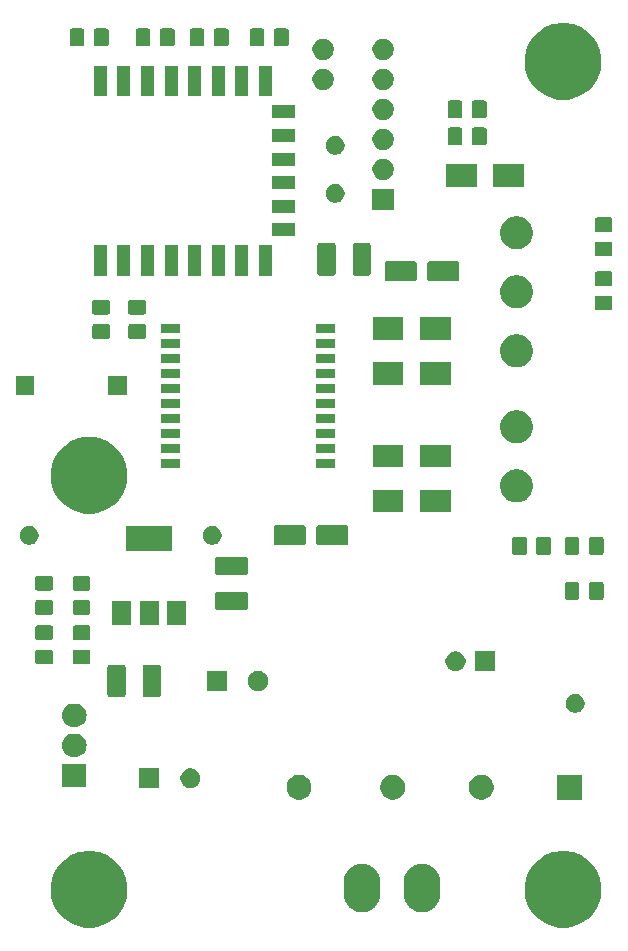
<source format=gbr>
G04 #@! TF.GenerationSoftware,KiCad,Pcbnew,(5.1.5)-3*
G04 #@! TF.CreationDate,2021-06-07T18:41:19+02:00*
G04 #@! TF.ProjectId,IotHenHouse,496f7448-656e-4486-9f75-73652e6b6963,rev?*
G04 #@! TF.SameCoordinates,Original*
G04 #@! TF.FileFunction,Soldermask,Top*
G04 #@! TF.FilePolarity,Negative*
%FSLAX46Y46*%
G04 Gerber Fmt 4.6, Leading zero omitted, Abs format (unit mm)*
G04 Created by KiCad (PCBNEW (5.1.5)-3) date 2021-06-07 18:41:19*
%MOMM*%
%LPD*%
G04 APERTURE LIST*
%ADD10C,0.100000*%
G04 APERTURE END LIST*
D10*
G36*
X83946239Y-129399467D02*
G01*
X84260282Y-129461934D01*
X84851926Y-129707001D01*
X85141523Y-129900504D01*
X85384391Y-130062783D01*
X85837217Y-130515609D01*
X85852388Y-130538314D01*
X86192999Y-131048074D01*
X86438066Y-131639718D01*
X86438066Y-131639719D01*
X86563000Y-132267803D01*
X86563000Y-132908197D01*
X86500533Y-133222239D01*
X86438066Y-133536282D01*
X86192999Y-134127926D01*
X85837216Y-134660392D01*
X85384392Y-135113216D01*
X84851926Y-135468999D01*
X84260282Y-135714066D01*
X83946239Y-135776533D01*
X83632197Y-135839000D01*
X82991803Y-135839000D01*
X82677761Y-135776533D01*
X82363718Y-135714066D01*
X81772074Y-135468999D01*
X81239608Y-135113216D01*
X80786784Y-134660392D01*
X80431001Y-134127926D01*
X80185934Y-133536282D01*
X80123467Y-133222239D01*
X80061000Y-132908197D01*
X80061000Y-132267803D01*
X80185934Y-131639719D01*
X80185934Y-131639718D01*
X80431001Y-131048074D01*
X80771612Y-130538314D01*
X80786783Y-130515609D01*
X81239609Y-130062783D01*
X81482477Y-129900504D01*
X81772074Y-129707001D01*
X82363718Y-129461934D01*
X82677761Y-129399467D01*
X82991803Y-129337000D01*
X83632197Y-129337000D01*
X83946239Y-129399467D01*
G37*
G36*
X43814239Y-129399467D02*
G01*
X44128282Y-129461934D01*
X44719926Y-129707001D01*
X45009523Y-129900504D01*
X45252391Y-130062783D01*
X45705217Y-130515609D01*
X45720388Y-130538314D01*
X46060999Y-131048074D01*
X46306066Y-131639718D01*
X46306066Y-131639719D01*
X46431000Y-132267803D01*
X46431000Y-132908197D01*
X46368533Y-133222239D01*
X46306066Y-133536282D01*
X46060999Y-134127926D01*
X45705216Y-134660392D01*
X45252392Y-135113216D01*
X44719926Y-135468999D01*
X44128282Y-135714066D01*
X43814239Y-135776533D01*
X43500197Y-135839000D01*
X42859803Y-135839000D01*
X42545761Y-135776533D01*
X42231718Y-135714066D01*
X41640074Y-135468999D01*
X41107608Y-135113216D01*
X40654784Y-134660392D01*
X40299001Y-134127926D01*
X40053934Y-133536282D01*
X39991467Y-133222239D01*
X39929000Y-132908197D01*
X39929000Y-132267803D01*
X40053934Y-131639719D01*
X40053934Y-131639718D01*
X40299001Y-131048074D01*
X40639612Y-130538314D01*
X40654783Y-130515609D01*
X41107609Y-130062783D01*
X41350477Y-129900504D01*
X41640074Y-129707001D01*
X42231718Y-129461934D01*
X42545761Y-129399467D01*
X42859803Y-129337000D01*
X43500197Y-129337000D01*
X43814239Y-129399467D01*
G37*
G36*
X71678049Y-130432442D02*
G01*
X71970414Y-130521130D01*
X71970416Y-130521131D01*
X72239858Y-130665150D01*
X72476029Y-130858971D01*
X72669850Y-131095142D01*
X72801768Y-131341944D01*
X72813870Y-131364586D01*
X72902558Y-131656951D01*
X72925000Y-131884810D01*
X72925000Y-133037190D01*
X72902558Y-133265049D01*
X72820280Y-133536282D01*
X72813869Y-133557416D01*
X72669850Y-133826858D01*
X72581311Y-133934742D01*
X72476029Y-134063029D01*
X72365784Y-134153504D01*
X72239856Y-134256850D01*
X72103982Y-134329476D01*
X71970413Y-134400870D01*
X71678048Y-134489558D01*
X71374000Y-134519504D01*
X71069951Y-134489558D01*
X70777586Y-134400870D01*
X70777584Y-134400869D01*
X70508142Y-134256850D01*
X70378426Y-134150395D01*
X70271971Y-134063029D01*
X70078151Y-133826857D01*
X69934130Y-133557413D01*
X69845442Y-133265048D01*
X69823000Y-133037189D01*
X69823000Y-131884810D01*
X69845442Y-131656951D01*
X69934130Y-131364586D01*
X70078151Y-131095142D01*
X70271972Y-130858971D01*
X70287139Y-130846524D01*
X70508143Y-130665150D01*
X70777585Y-130521131D01*
X70777587Y-130521130D01*
X71069952Y-130432442D01*
X71374000Y-130402496D01*
X71678049Y-130432442D01*
G37*
G36*
X66598049Y-130432442D02*
G01*
X66890414Y-130521130D01*
X66890416Y-130521131D01*
X67159858Y-130665150D01*
X67396029Y-130858971D01*
X67589850Y-131095142D01*
X67721768Y-131341944D01*
X67733870Y-131364586D01*
X67822558Y-131656951D01*
X67845000Y-131884810D01*
X67845000Y-133037190D01*
X67822558Y-133265049D01*
X67740280Y-133536282D01*
X67733869Y-133557416D01*
X67589850Y-133826858D01*
X67501311Y-133934742D01*
X67396029Y-134063029D01*
X67285784Y-134153504D01*
X67159856Y-134256850D01*
X67023982Y-134329476D01*
X66890413Y-134400870D01*
X66598048Y-134489558D01*
X66294000Y-134519504D01*
X65989951Y-134489558D01*
X65697586Y-134400870D01*
X65697584Y-134400869D01*
X65428142Y-134256850D01*
X65298426Y-134150395D01*
X65191971Y-134063029D01*
X64998151Y-133826857D01*
X64854130Y-133557413D01*
X64765442Y-133265048D01*
X64743000Y-133037189D01*
X64743000Y-131884810D01*
X64765442Y-131656951D01*
X64854130Y-131364586D01*
X64998151Y-131095142D01*
X65191972Y-130858971D01*
X65207139Y-130846524D01*
X65428143Y-130665150D01*
X65697585Y-130521131D01*
X65697587Y-130521130D01*
X65989952Y-130432442D01*
X66294000Y-130402496D01*
X66598049Y-130432442D01*
G37*
G36*
X61266564Y-122941389D02*
G01*
X61457833Y-123020615D01*
X61457835Y-123020616D01*
X61585896Y-123106184D01*
X61629973Y-123135635D01*
X61776365Y-123282027D01*
X61891385Y-123454167D01*
X61970611Y-123645436D01*
X62011000Y-123848484D01*
X62011000Y-124055516D01*
X61970611Y-124258564D01*
X61891385Y-124449833D01*
X61891384Y-124449835D01*
X61776365Y-124621973D01*
X61629973Y-124768365D01*
X61457835Y-124883384D01*
X61457834Y-124883385D01*
X61457833Y-124883385D01*
X61266564Y-124962611D01*
X61063516Y-125003000D01*
X60856484Y-125003000D01*
X60653436Y-124962611D01*
X60462167Y-124883385D01*
X60462166Y-124883385D01*
X60462165Y-124883384D01*
X60290027Y-124768365D01*
X60143635Y-124621973D01*
X60028616Y-124449835D01*
X60028615Y-124449833D01*
X59949389Y-124258564D01*
X59909000Y-124055516D01*
X59909000Y-123848484D01*
X59949389Y-123645436D01*
X60028615Y-123454167D01*
X60143635Y-123282027D01*
X60290027Y-123135635D01*
X60334104Y-123106184D01*
X60462165Y-123020616D01*
X60462167Y-123020615D01*
X60653436Y-122941389D01*
X60856484Y-122901000D01*
X61063516Y-122901000D01*
X61266564Y-122941389D01*
G37*
G36*
X84934500Y-125003000D02*
G01*
X82832500Y-125003000D01*
X82832500Y-122901000D01*
X84934500Y-122901000D01*
X84934500Y-125003000D01*
G37*
G36*
X69190064Y-122941389D02*
G01*
X69381333Y-123020615D01*
X69381335Y-123020616D01*
X69509396Y-123106184D01*
X69553473Y-123135635D01*
X69699865Y-123282027D01*
X69814885Y-123454167D01*
X69894111Y-123645436D01*
X69934500Y-123848484D01*
X69934500Y-124055516D01*
X69894111Y-124258564D01*
X69814885Y-124449833D01*
X69814884Y-124449835D01*
X69699865Y-124621973D01*
X69553473Y-124768365D01*
X69381335Y-124883384D01*
X69381334Y-124883385D01*
X69381333Y-124883385D01*
X69190064Y-124962611D01*
X68987016Y-125003000D01*
X68779984Y-125003000D01*
X68576936Y-124962611D01*
X68385667Y-124883385D01*
X68385666Y-124883385D01*
X68385665Y-124883384D01*
X68213527Y-124768365D01*
X68067135Y-124621973D01*
X67952116Y-124449835D01*
X67952115Y-124449833D01*
X67872889Y-124258564D01*
X67832500Y-124055516D01*
X67832500Y-123848484D01*
X67872889Y-123645436D01*
X67952115Y-123454167D01*
X68067135Y-123282027D01*
X68213527Y-123135635D01*
X68257604Y-123106184D01*
X68385665Y-123020616D01*
X68385667Y-123020615D01*
X68576936Y-122941389D01*
X68779984Y-122901000D01*
X68987016Y-122901000D01*
X69190064Y-122941389D01*
G37*
G36*
X76697064Y-122941389D02*
G01*
X76888333Y-123020615D01*
X76888335Y-123020616D01*
X77016396Y-123106184D01*
X77060473Y-123135635D01*
X77206865Y-123282027D01*
X77321885Y-123454167D01*
X77401111Y-123645436D01*
X77441500Y-123848484D01*
X77441500Y-124055516D01*
X77401111Y-124258564D01*
X77321885Y-124449833D01*
X77321884Y-124449835D01*
X77206865Y-124621973D01*
X77060473Y-124768365D01*
X76888335Y-124883384D01*
X76888334Y-124883385D01*
X76888333Y-124883385D01*
X76697064Y-124962611D01*
X76494016Y-125003000D01*
X76286984Y-125003000D01*
X76083936Y-124962611D01*
X75892667Y-124883385D01*
X75892666Y-124883385D01*
X75892665Y-124883384D01*
X75720527Y-124768365D01*
X75574135Y-124621973D01*
X75459116Y-124449835D01*
X75459115Y-124449833D01*
X75379889Y-124258564D01*
X75339500Y-124055516D01*
X75339500Y-123848484D01*
X75379889Y-123645436D01*
X75459115Y-123454167D01*
X75574135Y-123282027D01*
X75720527Y-123135635D01*
X75764604Y-123106184D01*
X75892665Y-123020616D01*
X75892667Y-123020615D01*
X76083936Y-122941389D01*
X76286984Y-122901000D01*
X76494016Y-122901000D01*
X76697064Y-122941389D01*
G37*
G36*
X49111000Y-124041000D02*
G01*
X47409000Y-124041000D01*
X47409000Y-122339000D01*
X49111000Y-122339000D01*
X49111000Y-124041000D01*
G37*
G36*
X52008228Y-122371703D02*
G01*
X52163100Y-122435853D01*
X52302481Y-122528985D01*
X52421015Y-122647519D01*
X52514147Y-122786900D01*
X52578297Y-122941772D01*
X52611000Y-123106184D01*
X52611000Y-123273816D01*
X52578297Y-123438228D01*
X52514147Y-123593100D01*
X52421015Y-123732481D01*
X52302481Y-123851015D01*
X52163100Y-123944147D01*
X52008228Y-124008297D01*
X51843816Y-124041000D01*
X51676184Y-124041000D01*
X51511772Y-124008297D01*
X51356900Y-123944147D01*
X51217519Y-123851015D01*
X51098985Y-123732481D01*
X51005853Y-123593100D01*
X50941703Y-123438228D01*
X50909000Y-123273816D01*
X50909000Y-123106184D01*
X50941703Y-122941772D01*
X51005853Y-122786900D01*
X51098985Y-122647519D01*
X51217519Y-122528985D01*
X51356900Y-122435853D01*
X51511772Y-122371703D01*
X51676184Y-122339000D01*
X51843816Y-122339000D01*
X52008228Y-122371703D01*
G37*
G36*
X42961000Y-123939500D02*
G01*
X40859000Y-123939500D01*
X40859000Y-121932500D01*
X42961000Y-121932500D01*
X42961000Y-123939500D01*
G37*
G36*
X42055936Y-119397340D02*
G01*
X42154220Y-119407020D01*
X42343381Y-119464401D01*
X42517712Y-119557583D01*
X42670515Y-119682985D01*
X42795917Y-119835788D01*
X42889099Y-120010119D01*
X42946480Y-120199280D01*
X42965855Y-120396000D01*
X42946480Y-120592720D01*
X42889099Y-120781881D01*
X42795917Y-120956212D01*
X42670515Y-121109015D01*
X42517712Y-121234417D01*
X42343381Y-121327599D01*
X42154220Y-121384980D01*
X42055936Y-121394660D01*
X42006795Y-121399500D01*
X41813205Y-121399500D01*
X41764064Y-121394660D01*
X41665780Y-121384980D01*
X41476619Y-121327599D01*
X41302288Y-121234417D01*
X41149485Y-121109015D01*
X41024083Y-120956212D01*
X40930901Y-120781881D01*
X40873520Y-120592720D01*
X40854145Y-120396000D01*
X40873520Y-120199280D01*
X40930901Y-120010119D01*
X41024083Y-119835788D01*
X41149485Y-119682985D01*
X41302288Y-119557583D01*
X41476619Y-119464401D01*
X41665780Y-119407020D01*
X41764064Y-119397340D01*
X41813205Y-119392500D01*
X42006795Y-119392500D01*
X42055936Y-119397340D01*
G37*
G36*
X42055936Y-116857340D02*
G01*
X42154220Y-116867020D01*
X42343381Y-116924401D01*
X42517712Y-117017583D01*
X42670515Y-117142985D01*
X42795917Y-117295788D01*
X42889099Y-117470119D01*
X42946480Y-117659280D01*
X42965855Y-117856000D01*
X42946480Y-118052720D01*
X42889099Y-118241881D01*
X42795917Y-118416212D01*
X42670515Y-118569015D01*
X42517712Y-118694417D01*
X42343381Y-118787599D01*
X42154220Y-118844980D01*
X42055936Y-118854660D01*
X42006795Y-118859500D01*
X41813205Y-118859500D01*
X41764064Y-118854660D01*
X41665780Y-118844980D01*
X41476619Y-118787599D01*
X41302288Y-118694417D01*
X41149485Y-118569015D01*
X41024083Y-118416212D01*
X40930901Y-118241881D01*
X40873520Y-118052720D01*
X40854145Y-117856000D01*
X40873520Y-117659280D01*
X40930901Y-117470119D01*
X41024083Y-117295788D01*
X41149485Y-117142985D01*
X41302288Y-117017583D01*
X41476619Y-116924401D01*
X41665780Y-116867020D01*
X41764064Y-116857340D01*
X41813205Y-116852500D01*
X42006795Y-116852500D01*
X42055936Y-116857340D01*
G37*
G36*
X84561642Y-116069781D02*
G01*
X84707414Y-116130162D01*
X84707416Y-116130163D01*
X84838608Y-116217822D01*
X84950178Y-116329392D01*
X85037837Y-116460584D01*
X85037838Y-116460586D01*
X85098219Y-116606358D01*
X85129000Y-116761107D01*
X85129000Y-116918893D01*
X85098219Y-117073642D01*
X85069496Y-117142985D01*
X85037837Y-117219416D01*
X84950178Y-117350608D01*
X84838608Y-117462178D01*
X84707416Y-117549837D01*
X84707415Y-117549838D01*
X84707414Y-117549838D01*
X84561642Y-117610219D01*
X84406893Y-117641000D01*
X84249107Y-117641000D01*
X84094358Y-117610219D01*
X83948586Y-117549838D01*
X83948585Y-117549838D01*
X83948584Y-117549837D01*
X83817392Y-117462178D01*
X83705822Y-117350608D01*
X83618163Y-117219416D01*
X83586504Y-117142985D01*
X83557781Y-117073642D01*
X83527000Y-116918893D01*
X83527000Y-116761107D01*
X83557781Y-116606358D01*
X83618162Y-116460586D01*
X83618163Y-116460584D01*
X83705822Y-116329392D01*
X83817392Y-116217822D01*
X83948584Y-116130163D01*
X83948586Y-116130162D01*
X84094358Y-116069781D01*
X84249107Y-116039000D01*
X84406893Y-116039000D01*
X84561642Y-116069781D01*
G37*
G36*
X46115562Y-113563181D02*
G01*
X46150481Y-113573774D01*
X46182663Y-113590976D01*
X46210873Y-113614127D01*
X46234024Y-113642337D01*
X46251226Y-113674519D01*
X46261819Y-113709438D01*
X46266000Y-113751895D01*
X46266000Y-116118105D01*
X46261819Y-116160562D01*
X46251226Y-116195481D01*
X46234024Y-116227663D01*
X46210873Y-116255873D01*
X46182663Y-116279024D01*
X46150481Y-116296226D01*
X46115562Y-116306819D01*
X46073105Y-116311000D01*
X44931895Y-116311000D01*
X44889438Y-116306819D01*
X44854519Y-116296226D01*
X44822337Y-116279024D01*
X44794127Y-116255873D01*
X44770976Y-116227663D01*
X44753774Y-116195481D01*
X44743181Y-116160562D01*
X44739000Y-116118105D01*
X44739000Y-113751895D01*
X44743181Y-113709438D01*
X44753774Y-113674519D01*
X44770976Y-113642337D01*
X44794127Y-113614127D01*
X44822337Y-113590976D01*
X44854519Y-113573774D01*
X44889438Y-113563181D01*
X44931895Y-113559000D01*
X46073105Y-113559000D01*
X46115562Y-113563181D01*
G37*
G36*
X49090562Y-113563181D02*
G01*
X49125481Y-113573774D01*
X49157663Y-113590976D01*
X49185873Y-113614127D01*
X49209024Y-113642337D01*
X49226226Y-113674519D01*
X49236819Y-113709438D01*
X49241000Y-113751895D01*
X49241000Y-116118105D01*
X49236819Y-116160562D01*
X49226226Y-116195481D01*
X49209024Y-116227663D01*
X49185873Y-116255873D01*
X49157663Y-116279024D01*
X49125481Y-116296226D01*
X49090562Y-116306819D01*
X49048105Y-116311000D01*
X47906895Y-116311000D01*
X47864438Y-116306819D01*
X47829519Y-116296226D01*
X47797337Y-116279024D01*
X47769127Y-116255873D01*
X47745976Y-116227663D01*
X47728774Y-116195481D01*
X47718181Y-116160562D01*
X47714000Y-116118105D01*
X47714000Y-113751895D01*
X47718181Y-113709438D01*
X47728774Y-113674519D01*
X47745976Y-113642337D01*
X47769127Y-113614127D01*
X47797337Y-113590976D01*
X47829519Y-113573774D01*
X47864438Y-113563181D01*
X47906895Y-113559000D01*
X49048105Y-113559000D01*
X49090562Y-113563181D01*
G37*
G36*
X54826000Y-115786000D02*
G01*
X53124000Y-115786000D01*
X53124000Y-114084000D01*
X54826000Y-114084000D01*
X54826000Y-115786000D01*
G37*
G36*
X57723228Y-114116703D02*
G01*
X57878100Y-114180853D01*
X58017481Y-114273985D01*
X58136015Y-114392519D01*
X58229147Y-114531900D01*
X58293297Y-114686772D01*
X58326000Y-114851184D01*
X58326000Y-115018816D01*
X58293297Y-115183228D01*
X58229147Y-115338100D01*
X58136015Y-115477481D01*
X58017481Y-115596015D01*
X57878100Y-115689147D01*
X57723228Y-115753297D01*
X57558816Y-115786000D01*
X57391184Y-115786000D01*
X57226772Y-115753297D01*
X57071900Y-115689147D01*
X56932519Y-115596015D01*
X56813985Y-115477481D01*
X56720853Y-115338100D01*
X56656703Y-115183228D01*
X56624000Y-115018816D01*
X56624000Y-114851184D01*
X56656703Y-114686772D01*
X56720853Y-114531900D01*
X56813985Y-114392519D01*
X56932519Y-114273985D01*
X57071900Y-114180853D01*
X57226772Y-114116703D01*
X57391184Y-114084000D01*
X57558816Y-114084000D01*
X57723228Y-114116703D01*
G37*
G36*
X74456228Y-112465703D02*
G01*
X74611100Y-112529853D01*
X74750481Y-112622985D01*
X74869015Y-112741519D01*
X74962147Y-112880900D01*
X75026297Y-113035772D01*
X75059000Y-113200184D01*
X75059000Y-113367816D01*
X75026297Y-113532228D01*
X74962147Y-113687100D01*
X74869015Y-113826481D01*
X74750481Y-113945015D01*
X74611100Y-114038147D01*
X74456228Y-114102297D01*
X74291816Y-114135000D01*
X74124184Y-114135000D01*
X73959772Y-114102297D01*
X73804900Y-114038147D01*
X73665519Y-113945015D01*
X73546985Y-113826481D01*
X73453853Y-113687100D01*
X73389703Y-113532228D01*
X73357000Y-113367816D01*
X73357000Y-113200184D01*
X73389703Y-113035772D01*
X73453853Y-112880900D01*
X73546985Y-112741519D01*
X73665519Y-112622985D01*
X73804900Y-112529853D01*
X73959772Y-112465703D01*
X74124184Y-112433000D01*
X74291816Y-112433000D01*
X74456228Y-112465703D01*
G37*
G36*
X77559000Y-114135000D02*
G01*
X75857000Y-114135000D01*
X75857000Y-112433000D01*
X77559000Y-112433000D01*
X77559000Y-114135000D01*
G37*
G36*
X39958674Y-112290465D02*
G01*
X39996367Y-112301899D01*
X40031103Y-112320466D01*
X40061548Y-112345452D01*
X40086534Y-112375897D01*
X40105101Y-112410633D01*
X40116535Y-112448326D01*
X40121000Y-112493661D01*
X40121000Y-113330339D01*
X40116535Y-113375674D01*
X40105101Y-113413367D01*
X40086534Y-113448103D01*
X40061548Y-113478548D01*
X40031103Y-113503534D01*
X39996367Y-113522101D01*
X39958674Y-113533535D01*
X39913339Y-113538000D01*
X38826661Y-113538000D01*
X38781326Y-113533535D01*
X38743633Y-113522101D01*
X38708897Y-113503534D01*
X38678452Y-113478548D01*
X38653466Y-113448103D01*
X38634899Y-113413367D01*
X38623465Y-113375674D01*
X38619000Y-113330339D01*
X38619000Y-112493661D01*
X38623465Y-112448326D01*
X38634899Y-112410633D01*
X38653466Y-112375897D01*
X38678452Y-112345452D01*
X38708897Y-112320466D01*
X38743633Y-112301899D01*
X38781326Y-112290465D01*
X38826661Y-112286000D01*
X39913339Y-112286000D01*
X39958674Y-112290465D01*
G37*
G36*
X43133674Y-112290465D02*
G01*
X43171367Y-112301899D01*
X43206103Y-112320466D01*
X43236548Y-112345452D01*
X43261534Y-112375897D01*
X43280101Y-112410633D01*
X43291535Y-112448326D01*
X43296000Y-112493661D01*
X43296000Y-113330339D01*
X43291535Y-113375674D01*
X43280101Y-113413367D01*
X43261534Y-113448103D01*
X43236548Y-113478548D01*
X43206103Y-113503534D01*
X43171367Y-113522101D01*
X43133674Y-113533535D01*
X43088339Y-113538000D01*
X42001661Y-113538000D01*
X41956326Y-113533535D01*
X41918633Y-113522101D01*
X41883897Y-113503534D01*
X41853452Y-113478548D01*
X41828466Y-113448103D01*
X41809899Y-113413367D01*
X41798465Y-113375674D01*
X41794000Y-113330339D01*
X41794000Y-112493661D01*
X41798465Y-112448326D01*
X41809899Y-112410633D01*
X41828466Y-112375897D01*
X41853452Y-112345452D01*
X41883897Y-112320466D01*
X41918633Y-112301899D01*
X41956326Y-112290465D01*
X42001661Y-112286000D01*
X43088339Y-112286000D01*
X43133674Y-112290465D01*
G37*
G36*
X43133674Y-110240465D02*
G01*
X43171367Y-110251899D01*
X43206103Y-110270466D01*
X43236548Y-110295452D01*
X43261534Y-110325897D01*
X43280101Y-110360633D01*
X43291535Y-110398326D01*
X43296000Y-110443661D01*
X43296000Y-111280339D01*
X43291535Y-111325674D01*
X43280101Y-111363367D01*
X43261534Y-111398103D01*
X43236548Y-111428548D01*
X43206103Y-111453534D01*
X43171367Y-111472101D01*
X43133674Y-111483535D01*
X43088339Y-111488000D01*
X42001661Y-111488000D01*
X41956326Y-111483535D01*
X41918633Y-111472101D01*
X41883897Y-111453534D01*
X41853452Y-111428548D01*
X41828466Y-111398103D01*
X41809899Y-111363367D01*
X41798465Y-111325674D01*
X41794000Y-111280339D01*
X41794000Y-110443661D01*
X41798465Y-110398326D01*
X41809899Y-110360633D01*
X41828466Y-110325897D01*
X41853452Y-110295452D01*
X41883897Y-110270466D01*
X41918633Y-110251899D01*
X41956326Y-110240465D01*
X42001661Y-110236000D01*
X43088339Y-110236000D01*
X43133674Y-110240465D01*
G37*
G36*
X39958674Y-110240465D02*
G01*
X39996367Y-110251899D01*
X40031103Y-110270466D01*
X40061548Y-110295452D01*
X40086534Y-110325897D01*
X40105101Y-110360633D01*
X40116535Y-110398326D01*
X40121000Y-110443661D01*
X40121000Y-111280339D01*
X40116535Y-111325674D01*
X40105101Y-111363367D01*
X40086534Y-111398103D01*
X40061548Y-111428548D01*
X40031103Y-111453534D01*
X39996367Y-111472101D01*
X39958674Y-111483535D01*
X39913339Y-111488000D01*
X38826661Y-111488000D01*
X38781326Y-111483535D01*
X38743633Y-111472101D01*
X38708897Y-111453534D01*
X38678452Y-111428548D01*
X38653466Y-111398103D01*
X38634899Y-111363367D01*
X38623465Y-111325674D01*
X38619000Y-111280339D01*
X38619000Y-110443661D01*
X38623465Y-110398326D01*
X38634899Y-110360633D01*
X38653466Y-110325897D01*
X38678452Y-110295452D01*
X38708897Y-110270466D01*
X38743633Y-110251899D01*
X38781326Y-110240465D01*
X38826661Y-110236000D01*
X39913339Y-110236000D01*
X39958674Y-110240465D01*
G37*
G36*
X46761000Y-110246000D02*
G01*
X45159000Y-110246000D01*
X45159000Y-108144000D01*
X46761000Y-108144000D01*
X46761000Y-110246000D01*
G37*
G36*
X49061000Y-110246000D02*
G01*
X47459000Y-110246000D01*
X47459000Y-108144000D01*
X49061000Y-108144000D01*
X49061000Y-110246000D01*
G37*
G36*
X51361000Y-110246000D02*
G01*
X49759000Y-110246000D01*
X49759000Y-108144000D01*
X51361000Y-108144000D01*
X51361000Y-110246000D01*
G37*
G36*
X43133674Y-108099465D02*
G01*
X43171367Y-108110899D01*
X43206103Y-108129466D01*
X43236548Y-108154452D01*
X43261534Y-108184897D01*
X43280101Y-108219633D01*
X43291535Y-108257326D01*
X43296000Y-108302661D01*
X43296000Y-109139339D01*
X43291535Y-109184674D01*
X43280101Y-109222367D01*
X43261534Y-109257103D01*
X43236548Y-109287548D01*
X43206103Y-109312534D01*
X43171367Y-109331101D01*
X43133674Y-109342535D01*
X43088339Y-109347000D01*
X42001661Y-109347000D01*
X41956326Y-109342535D01*
X41918633Y-109331101D01*
X41883897Y-109312534D01*
X41853452Y-109287548D01*
X41828466Y-109257103D01*
X41809899Y-109222367D01*
X41798465Y-109184674D01*
X41794000Y-109139339D01*
X41794000Y-108302661D01*
X41798465Y-108257326D01*
X41809899Y-108219633D01*
X41828466Y-108184897D01*
X41853452Y-108154452D01*
X41883897Y-108129466D01*
X41918633Y-108110899D01*
X41956326Y-108099465D01*
X42001661Y-108095000D01*
X43088339Y-108095000D01*
X43133674Y-108099465D01*
G37*
G36*
X39958674Y-108099465D02*
G01*
X39996367Y-108110899D01*
X40031103Y-108129466D01*
X40061548Y-108154452D01*
X40086534Y-108184897D01*
X40105101Y-108219633D01*
X40116535Y-108257326D01*
X40121000Y-108302661D01*
X40121000Y-109139339D01*
X40116535Y-109184674D01*
X40105101Y-109222367D01*
X40086534Y-109257103D01*
X40061548Y-109287548D01*
X40031103Y-109312534D01*
X39996367Y-109331101D01*
X39958674Y-109342535D01*
X39913339Y-109347000D01*
X38826661Y-109347000D01*
X38781326Y-109342535D01*
X38743633Y-109331101D01*
X38708897Y-109312534D01*
X38678452Y-109287548D01*
X38653466Y-109257103D01*
X38634899Y-109222367D01*
X38623465Y-109184674D01*
X38619000Y-109139339D01*
X38619000Y-108302661D01*
X38623465Y-108257326D01*
X38634899Y-108219633D01*
X38653466Y-108184897D01*
X38678452Y-108154452D01*
X38708897Y-108129466D01*
X38743633Y-108110899D01*
X38781326Y-108099465D01*
X38826661Y-108095000D01*
X39913339Y-108095000D01*
X39958674Y-108099465D01*
G37*
G36*
X56470562Y-107408181D02*
G01*
X56505481Y-107418774D01*
X56537663Y-107435976D01*
X56565873Y-107459127D01*
X56589024Y-107487337D01*
X56606226Y-107519519D01*
X56616819Y-107554438D01*
X56621000Y-107596895D01*
X56621000Y-108738105D01*
X56616819Y-108780562D01*
X56606226Y-108815481D01*
X56589024Y-108847663D01*
X56565873Y-108875873D01*
X56537663Y-108899024D01*
X56505481Y-108916226D01*
X56470562Y-108926819D01*
X56428105Y-108931000D01*
X54061895Y-108931000D01*
X54019438Y-108926819D01*
X53984519Y-108916226D01*
X53952337Y-108899024D01*
X53924127Y-108875873D01*
X53900976Y-108847663D01*
X53883774Y-108815481D01*
X53873181Y-108780562D01*
X53869000Y-108738105D01*
X53869000Y-107596895D01*
X53873181Y-107554438D01*
X53883774Y-107519519D01*
X53900976Y-107487337D01*
X53924127Y-107459127D01*
X53952337Y-107435976D01*
X53984519Y-107418774D01*
X54019438Y-107408181D01*
X54061895Y-107404000D01*
X56428105Y-107404000D01*
X56470562Y-107408181D01*
G37*
G36*
X84528674Y-106568465D02*
G01*
X84566367Y-106579899D01*
X84601103Y-106598466D01*
X84631548Y-106623452D01*
X84656534Y-106653897D01*
X84675101Y-106688633D01*
X84686535Y-106726326D01*
X84691000Y-106771661D01*
X84691000Y-107858339D01*
X84686535Y-107903674D01*
X84675101Y-107941367D01*
X84656534Y-107976103D01*
X84631548Y-108006548D01*
X84601103Y-108031534D01*
X84566367Y-108050101D01*
X84528674Y-108061535D01*
X84483339Y-108066000D01*
X83646661Y-108066000D01*
X83601326Y-108061535D01*
X83563633Y-108050101D01*
X83528897Y-108031534D01*
X83498452Y-108006548D01*
X83473466Y-107976103D01*
X83454899Y-107941367D01*
X83443465Y-107903674D01*
X83439000Y-107858339D01*
X83439000Y-106771661D01*
X83443465Y-106726326D01*
X83454899Y-106688633D01*
X83473466Y-106653897D01*
X83498452Y-106623452D01*
X83528897Y-106598466D01*
X83563633Y-106579899D01*
X83601326Y-106568465D01*
X83646661Y-106564000D01*
X84483339Y-106564000D01*
X84528674Y-106568465D01*
G37*
G36*
X86578674Y-106568465D02*
G01*
X86616367Y-106579899D01*
X86651103Y-106598466D01*
X86681548Y-106623452D01*
X86706534Y-106653897D01*
X86725101Y-106688633D01*
X86736535Y-106726326D01*
X86741000Y-106771661D01*
X86741000Y-107858339D01*
X86736535Y-107903674D01*
X86725101Y-107941367D01*
X86706534Y-107976103D01*
X86681548Y-108006548D01*
X86651103Y-108031534D01*
X86616367Y-108050101D01*
X86578674Y-108061535D01*
X86533339Y-108066000D01*
X85696661Y-108066000D01*
X85651326Y-108061535D01*
X85613633Y-108050101D01*
X85578897Y-108031534D01*
X85548452Y-108006548D01*
X85523466Y-107976103D01*
X85504899Y-107941367D01*
X85493465Y-107903674D01*
X85489000Y-107858339D01*
X85489000Y-106771661D01*
X85493465Y-106726326D01*
X85504899Y-106688633D01*
X85523466Y-106653897D01*
X85548452Y-106623452D01*
X85578897Y-106598466D01*
X85613633Y-106579899D01*
X85651326Y-106568465D01*
X85696661Y-106564000D01*
X86533339Y-106564000D01*
X86578674Y-106568465D01*
G37*
G36*
X43133674Y-106049465D02*
G01*
X43171367Y-106060899D01*
X43206103Y-106079466D01*
X43236548Y-106104452D01*
X43261534Y-106134897D01*
X43280101Y-106169633D01*
X43291535Y-106207326D01*
X43296000Y-106252661D01*
X43296000Y-107089339D01*
X43291535Y-107134674D01*
X43280101Y-107172367D01*
X43261534Y-107207103D01*
X43236548Y-107237548D01*
X43206103Y-107262534D01*
X43171367Y-107281101D01*
X43133674Y-107292535D01*
X43088339Y-107297000D01*
X42001661Y-107297000D01*
X41956326Y-107292535D01*
X41918633Y-107281101D01*
X41883897Y-107262534D01*
X41853452Y-107237548D01*
X41828466Y-107207103D01*
X41809899Y-107172367D01*
X41798465Y-107134674D01*
X41794000Y-107089339D01*
X41794000Y-106252661D01*
X41798465Y-106207326D01*
X41809899Y-106169633D01*
X41828466Y-106134897D01*
X41853452Y-106104452D01*
X41883897Y-106079466D01*
X41918633Y-106060899D01*
X41956326Y-106049465D01*
X42001661Y-106045000D01*
X43088339Y-106045000D01*
X43133674Y-106049465D01*
G37*
G36*
X39958674Y-106049465D02*
G01*
X39996367Y-106060899D01*
X40031103Y-106079466D01*
X40061548Y-106104452D01*
X40086534Y-106134897D01*
X40105101Y-106169633D01*
X40116535Y-106207326D01*
X40121000Y-106252661D01*
X40121000Y-107089339D01*
X40116535Y-107134674D01*
X40105101Y-107172367D01*
X40086534Y-107207103D01*
X40061548Y-107237548D01*
X40031103Y-107262534D01*
X39996367Y-107281101D01*
X39958674Y-107292535D01*
X39913339Y-107297000D01*
X38826661Y-107297000D01*
X38781326Y-107292535D01*
X38743633Y-107281101D01*
X38708897Y-107262534D01*
X38678452Y-107237548D01*
X38653466Y-107207103D01*
X38634899Y-107172367D01*
X38623465Y-107134674D01*
X38619000Y-107089339D01*
X38619000Y-106252661D01*
X38623465Y-106207326D01*
X38634899Y-106169633D01*
X38653466Y-106134897D01*
X38678452Y-106104452D01*
X38708897Y-106079466D01*
X38743633Y-106060899D01*
X38781326Y-106049465D01*
X38826661Y-106045000D01*
X39913339Y-106045000D01*
X39958674Y-106049465D01*
G37*
G36*
X56470562Y-104433181D02*
G01*
X56505481Y-104443774D01*
X56537663Y-104460976D01*
X56565873Y-104484127D01*
X56589024Y-104512337D01*
X56606226Y-104544519D01*
X56616819Y-104579438D01*
X56621000Y-104621895D01*
X56621000Y-105763105D01*
X56616819Y-105805562D01*
X56606226Y-105840481D01*
X56589024Y-105872663D01*
X56565873Y-105900873D01*
X56537663Y-105924024D01*
X56505481Y-105941226D01*
X56470562Y-105951819D01*
X56428105Y-105956000D01*
X54061895Y-105956000D01*
X54019438Y-105951819D01*
X53984519Y-105941226D01*
X53952337Y-105924024D01*
X53924127Y-105900873D01*
X53900976Y-105872663D01*
X53883774Y-105840481D01*
X53873181Y-105805562D01*
X53869000Y-105763105D01*
X53869000Y-104621895D01*
X53873181Y-104579438D01*
X53883774Y-104544519D01*
X53900976Y-104512337D01*
X53924127Y-104484127D01*
X53952337Y-104460976D01*
X53984519Y-104443774D01*
X54019438Y-104433181D01*
X54061895Y-104429000D01*
X56428105Y-104429000D01*
X56470562Y-104433181D01*
G37*
G36*
X86578674Y-102758465D02*
G01*
X86616367Y-102769899D01*
X86651103Y-102788466D01*
X86681548Y-102813452D01*
X86706534Y-102843897D01*
X86725101Y-102878633D01*
X86736535Y-102916326D01*
X86741000Y-102961661D01*
X86741000Y-104048339D01*
X86736535Y-104093674D01*
X86725101Y-104131367D01*
X86706534Y-104166103D01*
X86681548Y-104196548D01*
X86651103Y-104221534D01*
X86616367Y-104240101D01*
X86578674Y-104251535D01*
X86533339Y-104256000D01*
X85696661Y-104256000D01*
X85651326Y-104251535D01*
X85613633Y-104240101D01*
X85578897Y-104221534D01*
X85548452Y-104196548D01*
X85523466Y-104166103D01*
X85504899Y-104131367D01*
X85493465Y-104093674D01*
X85489000Y-104048339D01*
X85489000Y-102961661D01*
X85493465Y-102916326D01*
X85504899Y-102878633D01*
X85523466Y-102843897D01*
X85548452Y-102813452D01*
X85578897Y-102788466D01*
X85613633Y-102769899D01*
X85651326Y-102758465D01*
X85696661Y-102754000D01*
X86533339Y-102754000D01*
X86578674Y-102758465D01*
G37*
G36*
X82133674Y-102758465D02*
G01*
X82171367Y-102769899D01*
X82206103Y-102788466D01*
X82236548Y-102813452D01*
X82261534Y-102843897D01*
X82280101Y-102878633D01*
X82291535Y-102916326D01*
X82296000Y-102961661D01*
X82296000Y-104048339D01*
X82291535Y-104093674D01*
X82280101Y-104131367D01*
X82261534Y-104166103D01*
X82236548Y-104196548D01*
X82206103Y-104221534D01*
X82171367Y-104240101D01*
X82133674Y-104251535D01*
X82088339Y-104256000D01*
X81251661Y-104256000D01*
X81206326Y-104251535D01*
X81168633Y-104240101D01*
X81133897Y-104221534D01*
X81103452Y-104196548D01*
X81078466Y-104166103D01*
X81059899Y-104131367D01*
X81048465Y-104093674D01*
X81044000Y-104048339D01*
X81044000Y-102961661D01*
X81048465Y-102916326D01*
X81059899Y-102878633D01*
X81078466Y-102843897D01*
X81103452Y-102813452D01*
X81133897Y-102788466D01*
X81168633Y-102769899D01*
X81206326Y-102758465D01*
X81251661Y-102754000D01*
X82088339Y-102754000D01*
X82133674Y-102758465D01*
G37*
G36*
X84528674Y-102758465D02*
G01*
X84566367Y-102769899D01*
X84601103Y-102788466D01*
X84631548Y-102813452D01*
X84656534Y-102843897D01*
X84675101Y-102878633D01*
X84686535Y-102916326D01*
X84691000Y-102961661D01*
X84691000Y-104048339D01*
X84686535Y-104093674D01*
X84675101Y-104131367D01*
X84656534Y-104166103D01*
X84631548Y-104196548D01*
X84601103Y-104221534D01*
X84566367Y-104240101D01*
X84528674Y-104251535D01*
X84483339Y-104256000D01*
X83646661Y-104256000D01*
X83601326Y-104251535D01*
X83563633Y-104240101D01*
X83528897Y-104221534D01*
X83498452Y-104196548D01*
X83473466Y-104166103D01*
X83454899Y-104131367D01*
X83443465Y-104093674D01*
X83439000Y-104048339D01*
X83439000Y-102961661D01*
X83443465Y-102916326D01*
X83454899Y-102878633D01*
X83473466Y-102843897D01*
X83498452Y-102813452D01*
X83528897Y-102788466D01*
X83563633Y-102769899D01*
X83601326Y-102758465D01*
X83646661Y-102754000D01*
X84483339Y-102754000D01*
X84528674Y-102758465D01*
G37*
G36*
X80083674Y-102758465D02*
G01*
X80121367Y-102769899D01*
X80156103Y-102788466D01*
X80186548Y-102813452D01*
X80211534Y-102843897D01*
X80230101Y-102878633D01*
X80241535Y-102916326D01*
X80246000Y-102961661D01*
X80246000Y-104048339D01*
X80241535Y-104093674D01*
X80230101Y-104131367D01*
X80211534Y-104166103D01*
X80186548Y-104196548D01*
X80156103Y-104221534D01*
X80121367Y-104240101D01*
X80083674Y-104251535D01*
X80038339Y-104256000D01*
X79201661Y-104256000D01*
X79156326Y-104251535D01*
X79118633Y-104240101D01*
X79083897Y-104221534D01*
X79053452Y-104196548D01*
X79028466Y-104166103D01*
X79009899Y-104131367D01*
X78998465Y-104093674D01*
X78994000Y-104048339D01*
X78994000Y-102961661D01*
X78998465Y-102916326D01*
X79009899Y-102878633D01*
X79028466Y-102843897D01*
X79053452Y-102813452D01*
X79083897Y-102788466D01*
X79118633Y-102769899D01*
X79156326Y-102758465D01*
X79201661Y-102754000D01*
X80038339Y-102754000D01*
X80083674Y-102758465D01*
G37*
G36*
X50211000Y-103946000D02*
G01*
X46309000Y-103946000D01*
X46309000Y-101844000D01*
X50211000Y-101844000D01*
X50211000Y-103946000D01*
G37*
G36*
X64981997Y-101769051D02*
G01*
X65015652Y-101779261D01*
X65046665Y-101795838D01*
X65073851Y-101818149D01*
X65096162Y-101845335D01*
X65112739Y-101876348D01*
X65122949Y-101910003D01*
X65127000Y-101951138D01*
X65127000Y-103280862D01*
X65122949Y-103321997D01*
X65112739Y-103355652D01*
X65096162Y-103386665D01*
X65073851Y-103413851D01*
X65046665Y-103436162D01*
X65015652Y-103452739D01*
X64981997Y-103462949D01*
X64940862Y-103467000D01*
X62611138Y-103467000D01*
X62570003Y-103462949D01*
X62536348Y-103452739D01*
X62505335Y-103436162D01*
X62478149Y-103413851D01*
X62455838Y-103386665D01*
X62439261Y-103355652D01*
X62429051Y-103321997D01*
X62425000Y-103280862D01*
X62425000Y-101951138D01*
X62429051Y-101910003D01*
X62439261Y-101876348D01*
X62455838Y-101845335D01*
X62478149Y-101818149D01*
X62505335Y-101795838D01*
X62536348Y-101779261D01*
X62570003Y-101769051D01*
X62611138Y-101765000D01*
X64940862Y-101765000D01*
X64981997Y-101769051D01*
G37*
G36*
X61381997Y-101769051D02*
G01*
X61415652Y-101779261D01*
X61446665Y-101795838D01*
X61473851Y-101818149D01*
X61496162Y-101845335D01*
X61512739Y-101876348D01*
X61522949Y-101910003D01*
X61527000Y-101951138D01*
X61527000Y-103280862D01*
X61522949Y-103321997D01*
X61512739Y-103355652D01*
X61496162Y-103386665D01*
X61473851Y-103413851D01*
X61446665Y-103436162D01*
X61415652Y-103452739D01*
X61381997Y-103462949D01*
X61340862Y-103467000D01*
X59011138Y-103467000D01*
X58970003Y-103462949D01*
X58936348Y-103452739D01*
X58905335Y-103436162D01*
X58878149Y-103413851D01*
X58855838Y-103386665D01*
X58839261Y-103355652D01*
X58829051Y-103321997D01*
X58825000Y-103280862D01*
X58825000Y-101951138D01*
X58829051Y-101910003D01*
X58839261Y-101876348D01*
X58855838Y-101845335D01*
X58878149Y-101818149D01*
X58905335Y-101795838D01*
X58936348Y-101779261D01*
X58970003Y-101769051D01*
X59011138Y-101765000D01*
X61340862Y-101765000D01*
X61381997Y-101769051D01*
G37*
G36*
X53827642Y-101845781D02*
G01*
X53973414Y-101906162D01*
X53973416Y-101906163D01*
X54104608Y-101993822D01*
X54216178Y-102105392D01*
X54303837Y-102236584D01*
X54303838Y-102236586D01*
X54364219Y-102382358D01*
X54395000Y-102537107D01*
X54395000Y-102694893D01*
X54364219Y-102849642D01*
X54353731Y-102874962D01*
X54303837Y-102995416D01*
X54216178Y-103126608D01*
X54104608Y-103238178D01*
X53973416Y-103325837D01*
X53973415Y-103325838D01*
X53973414Y-103325838D01*
X53827642Y-103386219D01*
X53672893Y-103417000D01*
X53515107Y-103417000D01*
X53360358Y-103386219D01*
X53214586Y-103325838D01*
X53214585Y-103325838D01*
X53214584Y-103325837D01*
X53083392Y-103238178D01*
X52971822Y-103126608D01*
X52884163Y-102995416D01*
X52834269Y-102874962D01*
X52823781Y-102849642D01*
X52793000Y-102694893D01*
X52793000Y-102537107D01*
X52823781Y-102382358D01*
X52884162Y-102236586D01*
X52884163Y-102236584D01*
X52971822Y-102105392D01*
X53083392Y-101993822D01*
X53214584Y-101906163D01*
X53214586Y-101906162D01*
X53360358Y-101845781D01*
X53515107Y-101815000D01*
X53672893Y-101815000D01*
X53827642Y-101845781D01*
G37*
G36*
X38333642Y-101845781D02*
G01*
X38479414Y-101906162D01*
X38479416Y-101906163D01*
X38610608Y-101993822D01*
X38722178Y-102105392D01*
X38809837Y-102236584D01*
X38809838Y-102236586D01*
X38870219Y-102382358D01*
X38901000Y-102537107D01*
X38901000Y-102694893D01*
X38870219Y-102849642D01*
X38859731Y-102874962D01*
X38809837Y-102995416D01*
X38722178Y-103126608D01*
X38610608Y-103238178D01*
X38479416Y-103325837D01*
X38479415Y-103325838D01*
X38479414Y-103325838D01*
X38333642Y-103386219D01*
X38178893Y-103417000D01*
X38021107Y-103417000D01*
X37866358Y-103386219D01*
X37720586Y-103325838D01*
X37720585Y-103325838D01*
X37720584Y-103325837D01*
X37589392Y-103238178D01*
X37477822Y-103126608D01*
X37390163Y-102995416D01*
X37340269Y-102874962D01*
X37329781Y-102849642D01*
X37299000Y-102694893D01*
X37299000Y-102537107D01*
X37329781Y-102382358D01*
X37390162Y-102236586D01*
X37390163Y-102236584D01*
X37477822Y-102105392D01*
X37589392Y-101993822D01*
X37720584Y-101906163D01*
X37720586Y-101906162D01*
X37866358Y-101845781D01*
X38021107Y-101815000D01*
X38178893Y-101815000D01*
X38333642Y-101845781D01*
G37*
G36*
X43666526Y-94318085D02*
G01*
X44128282Y-94409934D01*
X44719926Y-94655001D01*
X45252392Y-95010784D01*
X45705216Y-95463608D01*
X46060999Y-95996074D01*
X46306066Y-96587718D01*
X46306066Y-96587719D01*
X46431000Y-97215803D01*
X46431000Y-97856197D01*
X46399145Y-98016343D01*
X46306066Y-98484282D01*
X46060999Y-99075926D01*
X45705216Y-99608392D01*
X45252392Y-100061216D01*
X44719926Y-100416999D01*
X44128282Y-100662066D01*
X43814239Y-100724533D01*
X43500197Y-100787000D01*
X42859803Y-100787000D01*
X42545761Y-100724533D01*
X42231718Y-100662066D01*
X41640074Y-100416999D01*
X41107608Y-100061216D01*
X40654784Y-99608392D01*
X40299001Y-99075926D01*
X40053934Y-98484282D01*
X39960855Y-98016343D01*
X39929000Y-97856197D01*
X39929000Y-97215803D01*
X40053934Y-96587719D01*
X40053934Y-96587718D01*
X40299001Y-95996074D01*
X40654784Y-95463608D01*
X41107608Y-95010784D01*
X41640074Y-94655001D01*
X42231718Y-94409934D01*
X42693474Y-94318085D01*
X42859803Y-94285000D01*
X43500197Y-94285000D01*
X43666526Y-94318085D01*
G37*
G36*
X73786000Y-100646000D02*
G01*
X71184000Y-100646000D01*
X71184000Y-98744000D01*
X73786000Y-98744000D01*
X73786000Y-100646000D01*
G37*
G36*
X69786000Y-100646000D02*
G01*
X67184000Y-100646000D01*
X67184000Y-98744000D01*
X69786000Y-98744000D01*
X69786000Y-100646000D01*
G37*
G36*
X79693433Y-97059893D02*
G01*
X79783657Y-97077839D01*
X79889267Y-97121585D01*
X80038621Y-97183449D01*
X80114763Y-97234325D01*
X80268086Y-97336772D01*
X80463228Y-97531914D01*
X80495638Y-97580420D01*
X80616551Y-97761379D01*
X80655826Y-97856197D01*
X80710007Y-97987000D01*
X80722161Y-98016344D01*
X80776000Y-98287012D01*
X80776000Y-98562988D01*
X80722161Y-98833656D01*
X80616551Y-99088621D01*
X80616550Y-99088622D01*
X80463228Y-99318086D01*
X80268086Y-99513228D01*
X80163110Y-99583370D01*
X80038621Y-99666551D01*
X79903860Y-99722371D01*
X79783657Y-99772161D01*
X79693433Y-99790107D01*
X79512988Y-99826000D01*
X79237012Y-99826000D01*
X79056567Y-99790107D01*
X78966343Y-99772161D01*
X78846140Y-99722371D01*
X78711379Y-99666551D01*
X78586890Y-99583370D01*
X78481914Y-99513228D01*
X78286772Y-99318086D01*
X78133450Y-99088622D01*
X78133449Y-99088621D01*
X78027839Y-98833656D01*
X77974000Y-98562988D01*
X77974000Y-98287012D01*
X78027839Y-98016344D01*
X78039994Y-97987000D01*
X78094174Y-97856197D01*
X78133449Y-97761379D01*
X78254362Y-97580420D01*
X78286772Y-97531914D01*
X78481914Y-97336772D01*
X78635237Y-97234325D01*
X78711379Y-97183449D01*
X78860733Y-97121585D01*
X78966343Y-97077839D01*
X79056567Y-97059893D01*
X79237012Y-97024000D01*
X79512988Y-97024000D01*
X79693433Y-97059893D01*
G37*
G36*
X63983500Y-96921000D02*
G01*
X62381500Y-96921000D01*
X62381500Y-96119000D01*
X63983500Y-96119000D01*
X63983500Y-96921000D01*
G37*
G36*
X50839000Y-96921000D02*
G01*
X49237000Y-96921000D01*
X49237000Y-96119000D01*
X50839000Y-96119000D01*
X50839000Y-96921000D01*
G37*
G36*
X69786000Y-96836000D02*
G01*
X67184000Y-96836000D01*
X67184000Y-94934000D01*
X69786000Y-94934000D01*
X69786000Y-96836000D01*
G37*
G36*
X73786000Y-96836000D02*
G01*
X71184000Y-96836000D01*
X71184000Y-94934000D01*
X73786000Y-94934000D01*
X73786000Y-96836000D01*
G37*
G36*
X50839000Y-95651000D02*
G01*
X49237000Y-95651000D01*
X49237000Y-94849000D01*
X50839000Y-94849000D01*
X50839000Y-95651000D01*
G37*
G36*
X63983500Y-95651000D02*
G01*
X62381500Y-95651000D01*
X62381500Y-94849000D01*
X63983500Y-94849000D01*
X63983500Y-95651000D01*
G37*
G36*
X79693433Y-92059893D02*
G01*
X79783657Y-92077839D01*
X79889267Y-92121585D01*
X80038621Y-92183449D01*
X80038622Y-92183450D01*
X80268086Y-92336772D01*
X80463228Y-92531914D01*
X80565675Y-92685237D01*
X80616551Y-92761379D01*
X80722161Y-93016344D01*
X80776000Y-93287012D01*
X80776000Y-93562988D01*
X80722161Y-93833656D01*
X80616551Y-94088621D01*
X80616550Y-94088622D01*
X80463228Y-94318086D01*
X80268086Y-94513228D01*
X80114763Y-94615675D01*
X80038621Y-94666551D01*
X79889267Y-94728415D01*
X79783657Y-94772161D01*
X79715661Y-94785686D01*
X79512988Y-94826000D01*
X79237012Y-94826000D01*
X79034339Y-94785686D01*
X78966343Y-94772161D01*
X78860733Y-94728415D01*
X78711379Y-94666551D01*
X78635237Y-94615675D01*
X78481914Y-94513228D01*
X78286772Y-94318086D01*
X78133450Y-94088622D01*
X78133449Y-94088621D01*
X78027839Y-93833656D01*
X77974000Y-93562988D01*
X77974000Y-93287012D01*
X78027839Y-93016344D01*
X78133449Y-92761379D01*
X78184325Y-92685237D01*
X78286772Y-92531914D01*
X78481914Y-92336772D01*
X78711378Y-92183450D01*
X78711379Y-92183449D01*
X78860733Y-92121585D01*
X78966343Y-92077839D01*
X79056567Y-92059893D01*
X79237012Y-92024000D01*
X79512988Y-92024000D01*
X79693433Y-92059893D01*
G37*
G36*
X63983500Y-94381000D02*
G01*
X62381500Y-94381000D01*
X62381500Y-93579000D01*
X63983500Y-93579000D01*
X63983500Y-94381000D01*
G37*
G36*
X50839000Y-94381000D02*
G01*
X49237000Y-94381000D01*
X49237000Y-93579000D01*
X50839000Y-93579000D01*
X50839000Y-94381000D01*
G37*
G36*
X50839000Y-93111000D02*
G01*
X49237000Y-93111000D01*
X49237000Y-92309000D01*
X50839000Y-92309000D01*
X50839000Y-93111000D01*
G37*
G36*
X63983500Y-93111000D02*
G01*
X62381500Y-93111000D01*
X62381500Y-92309000D01*
X63983500Y-92309000D01*
X63983500Y-93111000D01*
G37*
G36*
X63983500Y-91841000D02*
G01*
X62381500Y-91841000D01*
X62381500Y-91039000D01*
X63983500Y-91039000D01*
X63983500Y-91841000D01*
G37*
G36*
X50839000Y-91841000D02*
G01*
X49237000Y-91841000D01*
X49237000Y-91039000D01*
X50839000Y-91039000D01*
X50839000Y-91841000D01*
G37*
G36*
X38557000Y-90717000D02*
G01*
X36955000Y-90717000D01*
X36955000Y-89115000D01*
X38557000Y-89115000D01*
X38557000Y-90717000D01*
G37*
G36*
X46357000Y-90717000D02*
G01*
X44755000Y-90717000D01*
X44755000Y-89115000D01*
X46357000Y-89115000D01*
X46357000Y-90717000D01*
G37*
G36*
X63983500Y-90571000D02*
G01*
X62381500Y-90571000D01*
X62381500Y-89769000D01*
X63983500Y-89769000D01*
X63983500Y-90571000D01*
G37*
G36*
X50839000Y-90571000D02*
G01*
X49237000Y-90571000D01*
X49237000Y-89769000D01*
X50839000Y-89769000D01*
X50839000Y-90571000D01*
G37*
G36*
X73786000Y-89851000D02*
G01*
X71184000Y-89851000D01*
X71184000Y-87949000D01*
X73786000Y-87949000D01*
X73786000Y-89851000D01*
G37*
G36*
X69786000Y-89851000D02*
G01*
X67184000Y-89851000D01*
X67184000Y-87949000D01*
X69786000Y-87949000D01*
X69786000Y-89851000D01*
G37*
G36*
X63983500Y-89301000D02*
G01*
X62381500Y-89301000D01*
X62381500Y-88499000D01*
X63983500Y-88499000D01*
X63983500Y-89301000D01*
G37*
G36*
X50839000Y-89301000D02*
G01*
X49237000Y-89301000D01*
X49237000Y-88499000D01*
X50839000Y-88499000D01*
X50839000Y-89301000D01*
G37*
G36*
X79693433Y-85629893D02*
G01*
X79783657Y-85647839D01*
X79889267Y-85691585D01*
X80038621Y-85753449D01*
X80038622Y-85753450D01*
X80268086Y-85906772D01*
X80463228Y-86101914D01*
X80565675Y-86255237D01*
X80616551Y-86331379D01*
X80722161Y-86586344D01*
X80776000Y-86857012D01*
X80776000Y-87132988D01*
X80722161Y-87403656D01*
X80616551Y-87658621D01*
X80616550Y-87658622D01*
X80463228Y-87888086D01*
X80268086Y-88083228D01*
X80114763Y-88185675D01*
X80038621Y-88236551D01*
X79889267Y-88298415D01*
X79783657Y-88342161D01*
X79693433Y-88360107D01*
X79512988Y-88396000D01*
X79237012Y-88396000D01*
X79056567Y-88360107D01*
X78966343Y-88342161D01*
X78860733Y-88298415D01*
X78711379Y-88236551D01*
X78635237Y-88185675D01*
X78481914Y-88083228D01*
X78286772Y-87888086D01*
X78133450Y-87658622D01*
X78133449Y-87658621D01*
X78027839Y-87403656D01*
X77974000Y-87132988D01*
X77974000Y-86857012D01*
X78027839Y-86586344D01*
X78133449Y-86331379D01*
X78184325Y-86255237D01*
X78286772Y-86101914D01*
X78481914Y-85906772D01*
X78711378Y-85753450D01*
X78711379Y-85753449D01*
X78860733Y-85691585D01*
X78966343Y-85647839D01*
X79056567Y-85629893D01*
X79237012Y-85594000D01*
X79512988Y-85594000D01*
X79693433Y-85629893D01*
G37*
G36*
X50839000Y-88031000D02*
G01*
X49237000Y-88031000D01*
X49237000Y-87229000D01*
X50839000Y-87229000D01*
X50839000Y-88031000D01*
G37*
G36*
X63983500Y-88031000D02*
G01*
X62381500Y-88031000D01*
X62381500Y-87229000D01*
X63983500Y-87229000D01*
X63983500Y-88031000D01*
G37*
G36*
X63983500Y-86761000D02*
G01*
X62381500Y-86761000D01*
X62381500Y-85959000D01*
X63983500Y-85959000D01*
X63983500Y-86761000D01*
G37*
G36*
X50839000Y-86761000D02*
G01*
X49237000Y-86761000D01*
X49237000Y-85959000D01*
X50839000Y-85959000D01*
X50839000Y-86761000D01*
G37*
G36*
X69786000Y-86041000D02*
G01*
X67184000Y-86041000D01*
X67184000Y-84139000D01*
X69786000Y-84139000D01*
X69786000Y-86041000D01*
G37*
G36*
X73786000Y-86041000D02*
G01*
X71184000Y-86041000D01*
X71184000Y-84139000D01*
X73786000Y-84139000D01*
X73786000Y-86041000D01*
G37*
G36*
X47832674Y-84731465D02*
G01*
X47870367Y-84742899D01*
X47905103Y-84761466D01*
X47935548Y-84786452D01*
X47960534Y-84816897D01*
X47979101Y-84851633D01*
X47990535Y-84889326D01*
X47995000Y-84934661D01*
X47995000Y-85771339D01*
X47990535Y-85816674D01*
X47979101Y-85854367D01*
X47960534Y-85889103D01*
X47935548Y-85919548D01*
X47905103Y-85944534D01*
X47870367Y-85963101D01*
X47832674Y-85974535D01*
X47787339Y-85979000D01*
X46700661Y-85979000D01*
X46655326Y-85974535D01*
X46617633Y-85963101D01*
X46582897Y-85944534D01*
X46552452Y-85919548D01*
X46527466Y-85889103D01*
X46508899Y-85854367D01*
X46497465Y-85816674D01*
X46493000Y-85771339D01*
X46493000Y-84934661D01*
X46497465Y-84889326D01*
X46508899Y-84851633D01*
X46527466Y-84816897D01*
X46552452Y-84786452D01*
X46582897Y-84761466D01*
X46617633Y-84742899D01*
X46655326Y-84731465D01*
X46700661Y-84727000D01*
X47787339Y-84727000D01*
X47832674Y-84731465D01*
G37*
G36*
X44784674Y-84731465D02*
G01*
X44822367Y-84742899D01*
X44857103Y-84761466D01*
X44887548Y-84786452D01*
X44912534Y-84816897D01*
X44931101Y-84851633D01*
X44942535Y-84889326D01*
X44947000Y-84934661D01*
X44947000Y-85771339D01*
X44942535Y-85816674D01*
X44931101Y-85854367D01*
X44912534Y-85889103D01*
X44887548Y-85919548D01*
X44857103Y-85944534D01*
X44822367Y-85963101D01*
X44784674Y-85974535D01*
X44739339Y-85979000D01*
X43652661Y-85979000D01*
X43607326Y-85974535D01*
X43569633Y-85963101D01*
X43534897Y-85944534D01*
X43504452Y-85919548D01*
X43479466Y-85889103D01*
X43460899Y-85854367D01*
X43449465Y-85816674D01*
X43445000Y-85771339D01*
X43445000Y-84934661D01*
X43449465Y-84889326D01*
X43460899Y-84851633D01*
X43479466Y-84816897D01*
X43504452Y-84786452D01*
X43534897Y-84761466D01*
X43569633Y-84742899D01*
X43607326Y-84731465D01*
X43652661Y-84727000D01*
X44739339Y-84727000D01*
X44784674Y-84731465D01*
G37*
G36*
X63983500Y-85491000D02*
G01*
X62381500Y-85491000D01*
X62381500Y-84689000D01*
X63983500Y-84689000D01*
X63983500Y-85491000D01*
G37*
G36*
X50839000Y-85491000D02*
G01*
X49237000Y-85491000D01*
X49237000Y-84689000D01*
X50839000Y-84689000D01*
X50839000Y-85491000D01*
G37*
G36*
X44784674Y-82681465D02*
G01*
X44822367Y-82692899D01*
X44857103Y-82711466D01*
X44887548Y-82736452D01*
X44912534Y-82766897D01*
X44931101Y-82801633D01*
X44942535Y-82839326D01*
X44947000Y-82884661D01*
X44947000Y-83721339D01*
X44942535Y-83766674D01*
X44931101Y-83804367D01*
X44912534Y-83839103D01*
X44887548Y-83869548D01*
X44857103Y-83894534D01*
X44822367Y-83913101D01*
X44784674Y-83924535D01*
X44739339Y-83929000D01*
X43652661Y-83929000D01*
X43607326Y-83924535D01*
X43569633Y-83913101D01*
X43534897Y-83894534D01*
X43504452Y-83869548D01*
X43479466Y-83839103D01*
X43460899Y-83804367D01*
X43449465Y-83766674D01*
X43445000Y-83721339D01*
X43445000Y-82884661D01*
X43449465Y-82839326D01*
X43460899Y-82801633D01*
X43479466Y-82766897D01*
X43504452Y-82736452D01*
X43534897Y-82711466D01*
X43569633Y-82692899D01*
X43607326Y-82681465D01*
X43652661Y-82677000D01*
X44739339Y-82677000D01*
X44784674Y-82681465D01*
G37*
G36*
X47832674Y-82681465D02*
G01*
X47870367Y-82692899D01*
X47905103Y-82711466D01*
X47935548Y-82736452D01*
X47960534Y-82766897D01*
X47979101Y-82801633D01*
X47990535Y-82839326D01*
X47995000Y-82884661D01*
X47995000Y-83721339D01*
X47990535Y-83766674D01*
X47979101Y-83804367D01*
X47960534Y-83839103D01*
X47935548Y-83869548D01*
X47905103Y-83894534D01*
X47870367Y-83913101D01*
X47832674Y-83924535D01*
X47787339Y-83929000D01*
X46700661Y-83929000D01*
X46655326Y-83924535D01*
X46617633Y-83913101D01*
X46582897Y-83894534D01*
X46552452Y-83869548D01*
X46527466Y-83839103D01*
X46508899Y-83804367D01*
X46497465Y-83766674D01*
X46493000Y-83721339D01*
X46493000Y-82884661D01*
X46497465Y-82839326D01*
X46508899Y-82801633D01*
X46527466Y-82766897D01*
X46552452Y-82736452D01*
X46582897Y-82711466D01*
X46617633Y-82692899D01*
X46655326Y-82681465D01*
X46700661Y-82677000D01*
X47787339Y-82677000D01*
X47832674Y-82681465D01*
G37*
G36*
X87329674Y-82318465D02*
G01*
X87367367Y-82329899D01*
X87402103Y-82348466D01*
X87432548Y-82373452D01*
X87457534Y-82403897D01*
X87476101Y-82438633D01*
X87487535Y-82476326D01*
X87492000Y-82521661D01*
X87492000Y-83358339D01*
X87487535Y-83403674D01*
X87476101Y-83441367D01*
X87457534Y-83476103D01*
X87432548Y-83506548D01*
X87402103Y-83531534D01*
X87367367Y-83550101D01*
X87329674Y-83561535D01*
X87284339Y-83566000D01*
X86197661Y-83566000D01*
X86152326Y-83561535D01*
X86114633Y-83550101D01*
X86079897Y-83531534D01*
X86049452Y-83506548D01*
X86024466Y-83476103D01*
X86005899Y-83441367D01*
X85994465Y-83403674D01*
X85990000Y-83358339D01*
X85990000Y-82521661D01*
X85994465Y-82476326D01*
X86005899Y-82438633D01*
X86024466Y-82403897D01*
X86049452Y-82373452D01*
X86079897Y-82348466D01*
X86114633Y-82329899D01*
X86152326Y-82318465D01*
X86197661Y-82314000D01*
X87284339Y-82314000D01*
X87329674Y-82318465D01*
G37*
G36*
X79693433Y-80629893D02*
G01*
X79783657Y-80647839D01*
X79889267Y-80691585D01*
X80038621Y-80753449D01*
X80038622Y-80753450D01*
X80268086Y-80906772D01*
X80463228Y-81101914D01*
X80558051Y-81243827D01*
X80616551Y-81331379D01*
X80641399Y-81391367D01*
X80722161Y-81586343D01*
X80776000Y-81857014D01*
X80776000Y-82132986D01*
X80722161Y-82403657D01*
X80709194Y-82434962D01*
X80616551Y-82658621D01*
X80601287Y-82681465D01*
X80463228Y-82888086D01*
X80268086Y-83083228D01*
X80114763Y-83185675D01*
X80038621Y-83236551D01*
X79889267Y-83298415D01*
X79783657Y-83342161D01*
X79759706Y-83346925D01*
X79512988Y-83396000D01*
X79237012Y-83396000D01*
X78990294Y-83346925D01*
X78966343Y-83342161D01*
X78860733Y-83298415D01*
X78711379Y-83236551D01*
X78635237Y-83185675D01*
X78481914Y-83083228D01*
X78286772Y-82888086D01*
X78148713Y-82681465D01*
X78133449Y-82658621D01*
X78040806Y-82434962D01*
X78027839Y-82403657D01*
X77974000Y-82132986D01*
X77974000Y-81857014D01*
X78027839Y-81586343D01*
X78108601Y-81391367D01*
X78133449Y-81331379D01*
X78191949Y-81243827D01*
X78286772Y-81101914D01*
X78481914Y-80906772D01*
X78711378Y-80753450D01*
X78711379Y-80753449D01*
X78860733Y-80691585D01*
X78966343Y-80647839D01*
X79056567Y-80629893D01*
X79237012Y-80594000D01*
X79512988Y-80594000D01*
X79693433Y-80629893D01*
G37*
G36*
X87329674Y-80268465D02*
G01*
X87367367Y-80279899D01*
X87402103Y-80298466D01*
X87432548Y-80323452D01*
X87457534Y-80353897D01*
X87476101Y-80388633D01*
X87487535Y-80426326D01*
X87492000Y-80471661D01*
X87492000Y-81308339D01*
X87487535Y-81353674D01*
X87476101Y-81391367D01*
X87457534Y-81426103D01*
X87432548Y-81456548D01*
X87402103Y-81481534D01*
X87367367Y-81500101D01*
X87329674Y-81511535D01*
X87284339Y-81516000D01*
X86197661Y-81516000D01*
X86152326Y-81511535D01*
X86114633Y-81500101D01*
X86079897Y-81481534D01*
X86049452Y-81456548D01*
X86024466Y-81426103D01*
X86005899Y-81391367D01*
X85994465Y-81353674D01*
X85990000Y-81308339D01*
X85990000Y-80471661D01*
X85994465Y-80426326D01*
X86005899Y-80388633D01*
X86024466Y-80353897D01*
X86049452Y-80323452D01*
X86079897Y-80298466D01*
X86114633Y-80279899D01*
X86152326Y-80268465D01*
X86197661Y-80264000D01*
X87284339Y-80264000D01*
X87329674Y-80268465D01*
G37*
G36*
X74379997Y-79417051D02*
G01*
X74413652Y-79427261D01*
X74444665Y-79443838D01*
X74471851Y-79466149D01*
X74494162Y-79493335D01*
X74510739Y-79524348D01*
X74520949Y-79558003D01*
X74525000Y-79599138D01*
X74525000Y-80928862D01*
X74520949Y-80969997D01*
X74510739Y-81003652D01*
X74494162Y-81034665D01*
X74471851Y-81061851D01*
X74444665Y-81084162D01*
X74413652Y-81100739D01*
X74379997Y-81110949D01*
X74338862Y-81115000D01*
X72009138Y-81115000D01*
X71968003Y-81110949D01*
X71934348Y-81100739D01*
X71903335Y-81084162D01*
X71876149Y-81061851D01*
X71853838Y-81034665D01*
X71837261Y-81003652D01*
X71827051Y-80969997D01*
X71823000Y-80928862D01*
X71823000Y-79599138D01*
X71827051Y-79558003D01*
X71837261Y-79524348D01*
X71853838Y-79493335D01*
X71876149Y-79466149D01*
X71903335Y-79443838D01*
X71934348Y-79427261D01*
X71968003Y-79417051D01*
X72009138Y-79413000D01*
X74338862Y-79413000D01*
X74379997Y-79417051D01*
G37*
G36*
X70779997Y-79417051D02*
G01*
X70813652Y-79427261D01*
X70844665Y-79443838D01*
X70871851Y-79466149D01*
X70894162Y-79493335D01*
X70910739Y-79524348D01*
X70920949Y-79558003D01*
X70925000Y-79599138D01*
X70925000Y-80928862D01*
X70920949Y-80969997D01*
X70910739Y-81003652D01*
X70894162Y-81034665D01*
X70871851Y-81061851D01*
X70844665Y-81084162D01*
X70813652Y-81100739D01*
X70779997Y-81110949D01*
X70738862Y-81115000D01*
X68409138Y-81115000D01*
X68368003Y-81110949D01*
X68334348Y-81100739D01*
X68303335Y-81084162D01*
X68276149Y-81061851D01*
X68253838Y-81034665D01*
X68237261Y-81003652D01*
X68227051Y-80969997D01*
X68223000Y-80928862D01*
X68223000Y-79599138D01*
X68227051Y-79558003D01*
X68237261Y-79524348D01*
X68253838Y-79493335D01*
X68276149Y-79466149D01*
X68303335Y-79443838D01*
X68334348Y-79427261D01*
X68368003Y-79417051D01*
X68409138Y-79413000D01*
X70738862Y-79413000D01*
X70779997Y-79417051D01*
G37*
G36*
X56676000Y-80656000D02*
G01*
X55574000Y-80656000D01*
X55574000Y-78054000D01*
X56676000Y-78054000D01*
X56676000Y-80656000D01*
G37*
G36*
X44676000Y-80656000D02*
G01*
X43574000Y-80656000D01*
X43574000Y-78054000D01*
X44676000Y-78054000D01*
X44676000Y-80656000D01*
G37*
G36*
X46676000Y-80656000D02*
G01*
X45574000Y-80656000D01*
X45574000Y-78054000D01*
X46676000Y-78054000D01*
X46676000Y-80656000D01*
G37*
G36*
X48676000Y-80656000D02*
G01*
X47574000Y-80656000D01*
X47574000Y-78054000D01*
X48676000Y-78054000D01*
X48676000Y-80656000D01*
G37*
G36*
X50676000Y-80656000D02*
G01*
X49574000Y-80656000D01*
X49574000Y-78054000D01*
X50676000Y-78054000D01*
X50676000Y-80656000D01*
G37*
G36*
X52676000Y-80656000D02*
G01*
X51574000Y-80656000D01*
X51574000Y-78054000D01*
X52676000Y-78054000D01*
X52676000Y-80656000D01*
G37*
G36*
X54676000Y-80656000D02*
G01*
X53574000Y-80656000D01*
X53574000Y-78054000D01*
X54676000Y-78054000D01*
X54676000Y-80656000D01*
G37*
G36*
X58676000Y-80656000D02*
G01*
X57574000Y-80656000D01*
X57574000Y-78054000D01*
X58676000Y-78054000D01*
X58676000Y-80656000D01*
G37*
G36*
X66870562Y-77876181D02*
G01*
X66905481Y-77886774D01*
X66937663Y-77903976D01*
X66965873Y-77927127D01*
X66989024Y-77955337D01*
X67006226Y-77987519D01*
X67016819Y-78022438D01*
X67021000Y-78064895D01*
X67021000Y-80431105D01*
X67016819Y-80473562D01*
X67006226Y-80508481D01*
X66989024Y-80540663D01*
X66965873Y-80568873D01*
X66937663Y-80592024D01*
X66905481Y-80609226D01*
X66870562Y-80619819D01*
X66828105Y-80624000D01*
X65686895Y-80624000D01*
X65644438Y-80619819D01*
X65609519Y-80609226D01*
X65577337Y-80592024D01*
X65549127Y-80568873D01*
X65525976Y-80540663D01*
X65508774Y-80508481D01*
X65498181Y-80473562D01*
X65494000Y-80431105D01*
X65494000Y-78064895D01*
X65498181Y-78022438D01*
X65508774Y-77987519D01*
X65525976Y-77955337D01*
X65549127Y-77927127D01*
X65577337Y-77903976D01*
X65609519Y-77886774D01*
X65644438Y-77876181D01*
X65686895Y-77872000D01*
X66828105Y-77872000D01*
X66870562Y-77876181D01*
G37*
G36*
X63895562Y-77876181D02*
G01*
X63930481Y-77886774D01*
X63962663Y-77903976D01*
X63990873Y-77927127D01*
X64014024Y-77955337D01*
X64031226Y-77987519D01*
X64041819Y-78022438D01*
X64046000Y-78064895D01*
X64046000Y-80431105D01*
X64041819Y-80473562D01*
X64031226Y-80508481D01*
X64014024Y-80540663D01*
X63990873Y-80568873D01*
X63962663Y-80592024D01*
X63930481Y-80609226D01*
X63895562Y-80619819D01*
X63853105Y-80624000D01*
X62711895Y-80624000D01*
X62669438Y-80619819D01*
X62634519Y-80609226D01*
X62602337Y-80592024D01*
X62574127Y-80568873D01*
X62550976Y-80540663D01*
X62533774Y-80508481D01*
X62523181Y-80473562D01*
X62519000Y-80431105D01*
X62519000Y-78064895D01*
X62523181Y-78022438D01*
X62533774Y-77987519D01*
X62550976Y-77955337D01*
X62574127Y-77927127D01*
X62602337Y-77903976D01*
X62634519Y-77886774D01*
X62669438Y-77876181D01*
X62711895Y-77872000D01*
X63853105Y-77872000D01*
X63895562Y-77876181D01*
G37*
G36*
X87329674Y-77746465D02*
G01*
X87367367Y-77757899D01*
X87402103Y-77776466D01*
X87432548Y-77801452D01*
X87457534Y-77831897D01*
X87476101Y-77866633D01*
X87487535Y-77904326D01*
X87492000Y-77949661D01*
X87492000Y-78786339D01*
X87487535Y-78831674D01*
X87476101Y-78869367D01*
X87457534Y-78904103D01*
X87432548Y-78934548D01*
X87402103Y-78959534D01*
X87367367Y-78978101D01*
X87329674Y-78989535D01*
X87284339Y-78994000D01*
X86197661Y-78994000D01*
X86152326Y-78989535D01*
X86114633Y-78978101D01*
X86079897Y-78959534D01*
X86049452Y-78934548D01*
X86024466Y-78904103D01*
X86005899Y-78869367D01*
X85994465Y-78831674D01*
X85990000Y-78786339D01*
X85990000Y-77949661D01*
X85994465Y-77904326D01*
X86005899Y-77866633D01*
X86024466Y-77831897D01*
X86049452Y-77801452D01*
X86079897Y-77776466D01*
X86114633Y-77757899D01*
X86152326Y-77746465D01*
X86197661Y-77742000D01*
X87284339Y-77742000D01*
X87329674Y-77746465D01*
G37*
G36*
X79693433Y-75629893D02*
G01*
X79783657Y-75647839D01*
X79889267Y-75691585D01*
X80038621Y-75753449D01*
X80038622Y-75753450D01*
X80268086Y-75906772D01*
X80463228Y-76101914D01*
X80531439Y-76204000D01*
X80616551Y-76331379D01*
X80722161Y-76586344D01*
X80776000Y-76857012D01*
X80776000Y-77132988D01*
X80722161Y-77403656D01*
X80616551Y-77658621D01*
X80616550Y-77658622D01*
X80463228Y-77888086D01*
X80268086Y-78083228D01*
X80183277Y-78139895D01*
X80038621Y-78236551D01*
X79889267Y-78298415D01*
X79783657Y-78342161D01*
X79693433Y-78360107D01*
X79512988Y-78396000D01*
X79237012Y-78396000D01*
X79056567Y-78360107D01*
X78966343Y-78342161D01*
X78860733Y-78298415D01*
X78711379Y-78236551D01*
X78566723Y-78139895D01*
X78481914Y-78083228D01*
X78286772Y-77888086D01*
X78133450Y-77658622D01*
X78133449Y-77658621D01*
X78027839Y-77403656D01*
X77974000Y-77132988D01*
X77974000Y-76857012D01*
X78027839Y-76586344D01*
X78133449Y-76331379D01*
X78218561Y-76204000D01*
X78286772Y-76101914D01*
X78481914Y-75906772D01*
X78711378Y-75753450D01*
X78711379Y-75753449D01*
X78860733Y-75691585D01*
X78966343Y-75647839D01*
X79056567Y-75629893D01*
X79237012Y-75594000D01*
X79512988Y-75594000D01*
X79693433Y-75629893D01*
G37*
G36*
X60576000Y-77306000D02*
G01*
X58674000Y-77306000D01*
X58674000Y-76204000D01*
X60576000Y-76204000D01*
X60576000Y-77306000D01*
G37*
G36*
X87329674Y-75696465D02*
G01*
X87367367Y-75707899D01*
X87402103Y-75726466D01*
X87432548Y-75751452D01*
X87457534Y-75781897D01*
X87476101Y-75816633D01*
X87487535Y-75854326D01*
X87492000Y-75899661D01*
X87492000Y-76736339D01*
X87487535Y-76781674D01*
X87476101Y-76819367D01*
X87457534Y-76854103D01*
X87432548Y-76884548D01*
X87402103Y-76909534D01*
X87367367Y-76928101D01*
X87329674Y-76939535D01*
X87284339Y-76944000D01*
X86197661Y-76944000D01*
X86152326Y-76939535D01*
X86114633Y-76928101D01*
X86079897Y-76909534D01*
X86049452Y-76884548D01*
X86024466Y-76854103D01*
X86005899Y-76819367D01*
X85994465Y-76781674D01*
X85990000Y-76736339D01*
X85990000Y-75899661D01*
X85994465Y-75854326D01*
X86005899Y-75816633D01*
X86024466Y-75781897D01*
X86049452Y-75751452D01*
X86079897Y-75726466D01*
X86114633Y-75707899D01*
X86152326Y-75696465D01*
X86197661Y-75692000D01*
X87284339Y-75692000D01*
X87329674Y-75696465D01*
G37*
G36*
X60576000Y-75306000D02*
G01*
X58674000Y-75306000D01*
X58674000Y-74204000D01*
X60576000Y-74204000D01*
X60576000Y-75306000D01*
G37*
G36*
X68973000Y-75069000D02*
G01*
X67171000Y-75069000D01*
X67171000Y-73267000D01*
X68973000Y-73267000D01*
X68973000Y-75069000D01*
G37*
G36*
X64241642Y-72889781D02*
G01*
X64387414Y-72950162D01*
X64387416Y-72950163D01*
X64518608Y-73037822D01*
X64630178Y-73149392D01*
X64717837Y-73280584D01*
X64717838Y-73280586D01*
X64778219Y-73426358D01*
X64809000Y-73581107D01*
X64809000Y-73738893D01*
X64778219Y-73893642D01*
X64717838Y-74039414D01*
X64717837Y-74039416D01*
X64630178Y-74170608D01*
X64518608Y-74282178D01*
X64387416Y-74369837D01*
X64387415Y-74369838D01*
X64387414Y-74369838D01*
X64241642Y-74430219D01*
X64086893Y-74461000D01*
X63929107Y-74461000D01*
X63774358Y-74430219D01*
X63628586Y-74369838D01*
X63628585Y-74369838D01*
X63628584Y-74369837D01*
X63497392Y-74282178D01*
X63385822Y-74170608D01*
X63298163Y-74039416D01*
X63298162Y-74039414D01*
X63237781Y-73893642D01*
X63207000Y-73738893D01*
X63207000Y-73581107D01*
X63237781Y-73426358D01*
X63298162Y-73280586D01*
X63298163Y-73280584D01*
X63385822Y-73149392D01*
X63497392Y-73037822D01*
X63628584Y-72950163D01*
X63628586Y-72950162D01*
X63774358Y-72889781D01*
X63929107Y-72859000D01*
X64086893Y-72859000D01*
X64241642Y-72889781D01*
G37*
G36*
X60576000Y-73306000D02*
G01*
X58674000Y-73306000D01*
X58674000Y-72204000D01*
X60576000Y-72204000D01*
X60576000Y-73306000D01*
G37*
G36*
X76009000Y-73087000D02*
G01*
X73407000Y-73087000D01*
X73407000Y-71185000D01*
X76009000Y-71185000D01*
X76009000Y-73087000D01*
G37*
G36*
X80009000Y-73087000D02*
G01*
X77407000Y-73087000D01*
X77407000Y-71185000D01*
X80009000Y-71185000D01*
X80009000Y-73087000D01*
G37*
G36*
X68185512Y-70731927D02*
G01*
X68334812Y-70761624D01*
X68498784Y-70829544D01*
X68646354Y-70928147D01*
X68771853Y-71053646D01*
X68870456Y-71201216D01*
X68938376Y-71365188D01*
X68973000Y-71539259D01*
X68973000Y-71716741D01*
X68938376Y-71890812D01*
X68870456Y-72054784D01*
X68771853Y-72202354D01*
X68646354Y-72327853D01*
X68498784Y-72426456D01*
X68334812Y-72494376D01*
X68185512Y-72524073D01*
X68160742Y-72529000D01*
X67983258Y-72529000D01*
X67958488Y-72524073D01*
X67809188Y-72494376D01*
X67645216Y-72426456D01*
X67497646Y-72327853D01*
X67372147Y-72202354D01*
X67273544Y-72054784D01*
X67205624Y-71890812D01*
X67171000Y-71716741D01*
X67171000Y-71539259D01*
X67205624Y-71365188D01*
X67273544Y-71201216D01*
X67372147Y-71053646D01*
X67497646Y-70928147D01*
X67645216Y-70829544D01*
X67809188Y-70761624D01*
X67958488Y-70731927D01*
X67983258Y-70727000D01*
X68160742Y-70727000D01*
X68185512Y-70731927D01*
G37*
G36*
X60576000Y-71306000D02*
G01*
X58674000Y-71306000D01*
X58674000Y-70204000D01*
X60576000Y-70204000D01*
X60576000Y-71306000D01*
G37*
G36*
X64241642Y-68825781D02*
G01*
X64387414Y-68886162D01*
X64387416Y-68886163D01*
X64518608Y-68973822D01*
X64630178Y-69085392D01*
X64717837Y-69216584D01*
X64717838Y-69216586D01*
X64778219Y-69362358D01*
X64809000Y-69517107D01*
X64809000Y-69674893D01*
X64778219Y-69829642D01*
X64726552Y-69954376D01*
X64717837Y-69975416D01*
X64630178Y-70106608D01*
X64518608Y-70218178D01*
X64387416Y-70305837D01*
X64387415Y-70305838D01*
X64387414Y-70305838D01*
X64241642Y-70366219D01*
X64086893Y-70397000D01*
X63929107Y-70397000D01*
X63774358Y-70366219D01*
X63628586Y-70305838D01*
X63628585Y-70305838D01*
X63628584Y-70305837D01*
X63497392Y-70218178D01*
X63385822Y-70106608D01*
X63298163Y-69975416D01*
X63289448Y-69954376D01*
X63237781Y-69829642D01*
X63207000Y-69674893D01*
X63207000Y-69517107D01*
X63237781Y-69362358D01*
X63298162Y-69216586D01*
X63298163Y-69216584D01*
X63385822Y-69085392D01*
X63497392Y-68973822D01*
X63628584Y-68886163D01*
X63628586Y-68886162D01*
X63774358Y-68825781D01*
X63929107Y-68795000D01*
X64086893Y-68795000D01*
X64241642Y-68825781D01*
G37*
G36*
X68185512Y-68191927D02*
G01*
X68334812Y-68221624D01*
X68498784Y-68289544D01*
X68646354Y-68388147D01*
X68771853Y-68513646D01*
X68870456Y-68661216D01*
X68938376Y-68825188D01*
X68973000Y-68999259D01*
X68973000Y-69176741D01*
X68938376Y-69350812D01*
X68870456Y-69514784D01*
X68771853Y-69662354D01*
X68646354Y-69787853D01*
X68498784Y-69886456D01*
X68334812Y-69954376D01*
X68185512Y-69984073D01*
X68160742Y-69989000D01*
X67983258Y-69989000D01*
X67958488Y-69984073D01*
X67809188Y-69954376D01*
X67645216Y-69886456D01*
X67497646Y-69787853D01*
X67372147Y-69662354D01*
X67273544Y-69514784D01*
X67205624Y-69350812D01*
X67171000Y-69176741D01*
X67171000Y-68999259D01*
X67205624Y-68825188D01*
X67273544Y-68661216D01*
X67372147Y-68513646D01*
X67497646Y-68388147D01*
X67645216Y-68289544D01*
X67809188Y-68221624D01*
X67958488Y-68191927D01*
X67983258Y-68187000D01*
X68160742Y-68187000D01*
X68185512Y-68191927D01*
G37*
G36*
X74622674Y-68087465D02*
G01*
X74660367Y-68098899D01*
X74695103Y-68117466D01*
X74725548Y-68142452D01*
X74750534Y-68172897D01*
X74769101Y-68207633D01*
X74780535Y-68245326D01*
X74785000Y-68290661D01*
X74785000Y-69377339D01*
X74780535Y-69422674D01*
X74769101Y-69460367D01*
X74750534Y-69495103D01*
X74725548Y-69525548D01*
X74695103Y-69550534D01*
X74660367Y-69569101D01*
X74622674Y-69580535D01*
X74577339Y-69585000D01*
X73740661Y-69585000D01*
X73695326Y-69580535D01*
X73657633Y-69569101D01*
X73622897Y-69550534D01*
X73592452Y-69525548D01*
X73567466Y-69495103D01*
X73548899Y-69460367D01*
X73537465Y-69422674D01*
X73533000Y-69377339D01*
X73533000Y-68290661D01*
X73537465Y-68245326D01*
X73548899Y-68207633D01*
X73567466Y-68172897D01*
X73592452Y-68142452D01*
X73622897Y-68117466D01*
X73657633Y-68098899D01*
X73695326Y-68087465D01*
X73740661Y-68083000D01*
X74577339Y-68083000D01*
X74622674Y-68087465D01*
G37*
G36*
X76672674Y-68087465D02*
G01*
X76710367Y-68098899D01*
X76745103Y-68117466D01*
X76775548Y-68142452D01*
X76800534Y-68172897D01*
X76819101Y-68207633D01*
X76830535Y-68245326D01*
X76835000Y-68290661D01*
X76835000Y-69377339D01*
X76830535Y-69422674D01*
X76819101Y-69460367D01*
X76800534Y-69495103D01*
X76775548Y-69525548D01*
X76745103Y-69550534D01*
X76710367Y-69569101D01*
X76672674Y-69580535D01*
X76627339Y-69585000D01*
X75790661Y-69585000D01*
X75745326Y-69580535D01*
X75707633Y-69569101D01*
X75672897Y-69550534D01*
X75642452Y-69525548D01*
X75617466Y-69495103D01*
X75598899Y-69460367D01*
X75587465Y-69422674D01*
X75583000Y-69377339D01*
X75583000Y-68290661D01*
X75587465Y-68245326D01*
X75598899Y-68207633D01*
X75617466Y-68172897D01*
X75642452Y-68142452D01*
X75672897Y-68117466D01*
X75707633Y-68098899D01*
X75745326Y-68087465D01*
X75790661Y-68083000D01*
X76627339Y-68083000D01*
X76672674Y-68087465D01*
G37*
G36*
X60576000Y-69306000D02*
G01*
X58674000Y-69306000D01*
X58674000Y-68204000D01*
X60576000Y-68204000D01*
X60576000Y-69306000D01*
G37*
G36*
X68185512Y-65651927D02*
G01*
X68334812Y-65681624D01*
X68498784Y-65749544D01*
X68646354Y-65848147D01*
X68771853Y-65973646D01*
X68870456Y-66121216D01*
X68938376Y-66285188D01*
X68973000Y-66459259D01*
X68973000Y-66636741D01*
X68938376Y-66810812D01*
X68870456Y-66974784D01*
X68771853Y-67122354D01*
X68646354Y-67247853D01*
X68498784Y-67346456D01*
X68334812Y-67414376D01*
X68185512Y-67444073D01*
X68160742Y-67449000D01*
X67983258Y-67449000D01*
X67958488Y-67444073D01*
X67809188Y-67414376D01*
X67645216Y-67346456D01*
X67497646Y-67247853D01*
X67372147Y-67122354D01*
X67273544Y-66974784D01*
X67205624Y-66810812D01*
X67171000Y-66636741D01*
X67171000Y-66459259D01*
X67205624Y-66285188D01*
X67273544Y-66121216D01*
X67372147Y-65973646D01*
X67497646Y-65848147D01*
X67645216Y-65749544D01*
X67809188Y-65681624D01*
X67958488Y-65651927D01*
X67983258Y-65647000D01*
X68160742Y-65647000D01*
X68185512Y-65651927D01*
G37*
G36*
X60576000Y-67306000D02*
G01*
X58674000Y-67306000D01*
X58674000Y-66204000D01*
X60576000Y-66204000D01*
X60576000Y-67306000D01*
G37*
G36*
X74622674Y-65801465D02*
G01*
X74660367Y-65812899D01*
X74695103Y-65831466D01*
X74725548Y-65856452D01*
X74750534Y-65886897D01*
X74769101Y-65921633D01*
X74780535Y-65959326D01*
X74785000Y-66004661D01*
X74785000Y-67091339D01*
X74780535Y-67136674D01*
X74769101Y-67174367D01*
X74750534Y-67209103D01*
X74725548Y-67239548D01*
X74695103Y-67264534D01*
X74660367Y-67283101D01*
X74622674Y-67294535D01*
X74577339Y-67299000D01*
X73740661Y-67299000D01*
X73695326Y-67294535D01*
X73657633Y-67283101D01*
X73622897Y-67264534D01*
X73592452Y-67239548D01*
X73567466Y-67209103D01*
X73548899Y-67174367D01*
X73537465Y-67136674D01*
X73533000Y-67091339D01*
X73533000Y-66004661D01*
X73537465Y-65959326D01*
X73548899Y-65921633D01*
X73567466Y-65886897D01*
X73592452Y-65856452D01*
X73622897Y-65831466D01*
X73657633Y-65812899D01*
X73695326Y-65801465D01*
X73740661Y-65797000D01*
X74577339Y-65797000D01*
X74622674Y-65801465D01*
G37*
G36*
X76672674Y-65801465D02*
G01*
X76710367Y-65812899D01*
X76745103Y-65831466D01*
X76775548Y-65856452D01*
X76800534Y-65886897D01*
X76819101Y-65921633D01*
X76830535Y-65959326D01*
X76835000Y-66004661D01*
X76835000Y-67091339D01*
X76830535Y-67136674D01*
X76819101Y-67174367D01*
X76800534Y-67209103D01*
X76775548Y-67239548D01*
X76745103Y-67264534D01*
X76710367Y-67283101D01*
X76672674Y-67294535D01*
X76627339Y-67299000D01*
X75790661Y-67299000D01*
X75745326Y-67294535D01*
X75707633Y-67283101D01*
X75672897Y-67264534D01*
X75642452Y-67239548D01*
X75617466Y-67209103D01*
X75598899Y-67174367D01*
X75587465Y-67136674D01*
X75583000Y-67091339D01*
X75583000Y-66004661D01*
X75587465Y-65959326D01*
X75598899Y-65921633D01*
X75617466Y-65886897D01*
X75642452Y-65856452D01*
X75672897Y-65831466D01*
X75707633Y-65812899D01*
X75745326Y-65801465D01*
X75790661Y-65797000D01*
X76627339Y-65797000D01*
X76672674Y-65801465D01*
G37*
G36*
X83946239Y-59295467D02*
G01*
X84260282Y-59357934D01*
X84851926Y-59603001D01*
X85384392Y-59958784D01*
X85837216Y-60411608D01*
X86192999Y-60944074D01*
X86438066Y-61535718D01*
X86438066Y-61535719D01*
X86563000Y-62163803D01*
X86563000Y-62804197D01*
X86502769Y-63107000D01*
X86438066Y-63432282D01*
X86192999Y-64023926D01*
X85837216Y-64556392D01*
X85384392Y-65009216D01*
X84851926Y-65364999D01*
X84260282Y-65610066D01*
X84074602Y-65647000D01*
X83632197Y-65735000D01*
X82991803Y-65735000D01*
X82549398Y-65647000D01*
X82363718Y-65610066D01*
X81772074Y-65364999D01*
X81239608Y-65009216D01*
X80786784Y-64556392D01*
X80431001Y-64023926D01*
X80185934Y-63432282D01*
X80121231Y-63107000D01*
X80061000Y-62804197D01*
X80061000Y-62163803D01*
X80185934Y-61535719D01*
X80185934Y-61535718D01*
X80431001Y-60944074D01*
X80786784Y-60411608D01*
X81239608Y-59958784D01*
X81772074Y-59603001D01*
X82363718Y-59357934D01*
X82677761Y-59295467D01*
X82991803Y-59233000D01*
X83632197Y-59233000D01*
X83946239Y-59295467D01*
G37*
G36*
X54676000Y-65456000D02*
G01*
X53574000Y-65456000D01*
X53574000Y-62854000D01*
X54676000Y-62854000D01*
X54676000Y-65456000D01*
G37*
G36*
X52676000Y-65456000D02*
G01*
X51574000Y-65456000D01*
X51574000Y-62854000D01*
X52676000Y-62854000D01*
X52676000Y-65456000D01*
G37*
G36*
X58676000Y-65456000D02*
G01*
X57574000Y-65456000D01*
X57574000Y-62854000D01*
X58676000Y-62854000D01*
X58676000Y-65456000D01*
G37*
G36*
X44676000Y-65456000D02*
G01*
X43574000Y-65456000D01*
X43574000Y-62854000D01*
X44676000Y-62854000D01*
X44676000Y-65456000D01*
G37*
G36*
X50676000Y-65456000D02*
G01*
X49574000Y-65456000D01*
X49574000Y-62854000D01*
X50676000Y-62854000D01*
X50676000Y-65456000D01*
G37*
G36*
X46676000Y-65456000D02*
G01*
X45574000Y-65456000D01*
X45574000Y-62854000D01*
X46676000Y-62854000D01*
X46676000Y-65456000D01*
G37*
G36*
X48676000Y-65456000D02*
G01*
X47574000Y-65456000D01*
X47574000Y-62854000D01*
X48676000Y-62854000D01*
X48676000Y-65456000D01*
G37*
G36*
X56676000Y-65456000D02*
G01*
X55574000Y-65456000D01*
X55574000Y-62854000D01*
X56676000Y-62854000D01*
X56676000Y-65456000D01*
G37*
G36*
X68185512Y-63111927D02*
G01*
X68334812Y-63141624D01*
X68498784Y-63209544D01*
X68646354Y-63308147D01*
X68771853Y-63433646D01*
X68870456Y-63581216D01*
X68938376Y-63745188D01*
X68973000Y-63919259D01*
X68973000Y-64096741D01*
X68938376Y-64270812D01*
X68870456Y-64434784D01*
X68771853Y-64582354D01*
X68646354Y-64707853D01*
X68498784Y-64806456D01*
X68334812Y-64874376D01*
X68185512Y-64904073D01*
X68160742Y-64909000D01*
X67983258Y-64909000D01*
X67958488Y-64904073D01*
X67809188Y-64874376D01*
X67645216Y-64806456D01*
X67497646Y-64707853D01*
X67372147Y-64582354D01*
X67273544Y-64434784D01*
X67205624Y-64270812D01*
X67171000Y-64096741D01*
X67171000Y-63919259D01*
X67205624Y-63745188D01*
X67273544Y-63581216D01*
X67372147Y-63433646D01*
X67497646Y-63308147D01*
X67645216Y-63209544D01*
X67809188Y-63141624D01*
X67958488Y-63111927D01*
X67983258Y-63107000D01*
X68160742Y-63107000D01*
X68185512Y-63111927D01*
G37*
G36*
X63105512Y-63111927D02*
G01*
X63254812Y-63141624D01*
X63418784Y-63209544D01*
X63566354Y-63308147D01*
X63691853Y-63433646D01*
X63790456Y-63581216D01*
X63858376Y-63745188D01*
X63893000Y-63919259D01*
X63893000Y-64096741D01*
X63858376Y-64270812D01*
X63790456Y-64434784D01*
X63691853Y-64582354D01*
X63566354Y-64707853D01*
X63418784Y-64806456D01*
X63254812Y-64874376D01*
X63105512Y-64904073D01*
X63080742Y-64909000D01*
X62903258Y-64909000D01*
X62878488Y-64904073D01*
X62729188Y-64874376D01*
X62565216Y-64806456D01*
X62417646Y-64707853D01*
X62292147Y-64582354D01*
X62193544Y-64434784D01*
X62125624Y-64270812D01*
X62091000Y-64096741D01*
X62091000Y-63919259D01*
X62125624Y-63745188D01*
X62193544Y-63581216D01*
X62292147Y-63433646D01*
X62417646Y-63308147D01*
X62565216Y-63209544D01*
X62729188Y-63141624D01*
X62878488Y-63111927D01*
X62903258Y-63107000D01*
X63080742Y-63107000D01*
X63105512Y-63111927D01*
G37*
G36*
X63105512Y-60571927D02*
G01*
X63254812Y-60601624D01*
X63418784Y-60669544D01*
X63566354Y-60768147D01*
X63691853Y-60893646D01*
X63790456Y-61041216D01*
X63858376Y-61205188D01*
X63893000Y-61379259D01*
X63893000Y-61556741D01*
X63858376Y-61730812D01*
X63790456Y-61894784D01*
X63691853Y-62042354D01*
X63566354Y-62167853D01*
X63418784Y-62266456D01*
X63254812Y-62334376D01*
X63105512Y-62364073D01*
X63080742Y-62369000D01*
X62903258Y-62369000D01*
X62878488Y-62364073D01*
X62729188Y-62334376D01*
X62565216Y-62266456D01*
X62417646Y-62167853D01*
X62292147Y-62042354D01*
X62193544Y-61894784D01*
X62125624Y-61730812D01*
X62091000Y-61556741D01*
X62091000Y-61379259D01*
X62125624Y-61205188D01*
X62193544Y-61041216D01*
X62292147Y-60893646D01*
X62417646Y-60768147D01*
X62565216Y-60669544D01*
X62729188Y-60601624D01*
X62878488Y-60571927D01*
X62903258Y-60567000D01*
X63080742Y-60567000D01*
X63105512Y-60571927D01*
G37*
G36*
X68185512Y-60571927D02*
G01*
X68334812Y-60601624D01*
X68498784Y-60669544D01*
X68646354Y-60768147D01*
X68771853Y-60893646D01*
X68870456Y-61041216D01*
X68938376Y-61205188D01*
X68973000Y-61379259D01*
X68973000Y-61556741D01*
X68938376Y-61730812D01*
X68870456Y-61894784D01*
X68771853Y-62042354D01*
X68646354Y-62167853D01*
X68498784Y-62266456D01*
X68334812Y-62334376D01*
X68185512Y-62364073D01*
X68160742Y-62369000D01*
X67983258Y-62369000D01*
X67958488Y-62364073D01*
X67809188Y-62334376D01*
X67645216Y-62266456D01*
X67497646Y-62167853D01*
X67372147Y-62042354D01*
X67273544Y-61894784D01*
X67205624Y-61730812D01*
X67171000Y-61556741D01*
X67171000Y-61379259D01*
X67205624Y-61205188D01*
X67273544Y-61041216D01*
X67372147Y-60893646D01*
X67497646Y-60768147D01*
X67645216Y-60669544D01*
X67809188Y-60601624D01*
X67958488Y-60571927D01*
X67983258Y-60567000D01*
X68160742Y-60567000D01*
X68185512Y-60571927D01*
G37*
G36*
X52778674Y-59705465D02*
G01*
X52816367Y-59716899D01*
X52851103Y-59735466D01*
X52881548Y-59760452D01*
X52906534Y-59790897D01*
X52925101Y-59825633D01*
X52936535Y-59863326D01*
X52941000Y-59908661D01*
X52941000Y-60995339D01*
X52936535Y-61040674D01*
X52925101Y-61078367D01*
X52906534Y-61113103D01*
X52881548Y-61143548D01*
X52851103Y-61168534D01*
X52816367Y-61187101D01*
X52778674Y-61198535D01*
X52733339Y-61203000D01*
X51896661Y-61203000D01*
X51851326Y-61198535D01*
X51813633Y-61187101D01*
X51778897Y-61168534D01*
X51748452Y-61143548D01*
X51723466Y-61113103D01*
X51704899Y-61078367D01*
X51693465Y-61040674D01*
X51689000Y-60995339D01*
X51689000Y-59908661D01*
X51693465Y-59863326D01*
X51704899Y-59825633D01*
X51723466Y-59790897D01*
X51748452Y-59760452D01*
X51778897Y-59735466D01*
X51813633Y-59716899D01*
X51851326Y-59705465D01*
X51896661Y-59701000D01*
X52733339Y-59701000D01*
X52778674Y-59705465D01*
G37*
G36*
X59908674Y-59705465D02*
G01*
X59946367Y-59716899D01*
X59981103Y-59735466D01*
X60011548Y-59760452D01*
X60036534Y-59790897D01*
X60055101Y-59825633D01*
X60066535Y-59863326D01*
X60071000Y-59908661D01*
X60071000Y-60995339D01*
X60066535Y-61040674D01*
X60055101Y-61078367D01*
X60036534Y-61113103D01*
X60011548Y-61143548D01*
X59981103Y-61168534D01*
X59946367Y-61187101D01*
X59908674Y-61198535D01*
X59863339Y-61203000D01*
X59026661Y-61203000D01*
X58981326Y-61198535D01*
X58943633Y-61187101D01*
X58908897Y-61168534D01*
X58878452Y-61143548D01*
X58853466Y-61113103D01*
X58834899Y-61078367D01*
X58823465Y-61040674D01*
X58819000Y-60995339D01*
X58819000Y-59908661D01*
X58823465Y-59863326D01*
X58834899Y-59825633D01*
X58853466Y-59790897D01*
X58878452Y-59760452D01*
X58908897Y-59735466D01*
X58943633Y-59716899D01*
X58981326Y-59705465D01*
X59026661Y-59701000D01*
X59863339Y-59701000D01*
X59908674Y-59705465D01*
G37*
G36*
X57858674Y-59705465D02*
G01*
X57896367Y-59716899D01*
X57931103Y-59735466D01*
X57961548Y-59760452D01*
X57986534Y-59790897D01*
X58005101Y-59825633D01*
X58016535Y-59863326D01*
X58021000Y-59908661D01*
X58021000Y-60995339D01*
X58016535Y-61040674D01*
X58005101Y-61078367D01*
X57986534Y-61113103D01*
X57961548Y-61143548D01*
X57931103Y-61168534D01*
X57896367Y-61187101D01*
X57858674Y-61198535D01*
X57813339Y-61203000D01*
X56976661Y-61203000D01*
X56931326Y-61198535D01*
X56893633Y-61187101D01*
X56858897Y-61168534D01*
X56828452Y-61143548D01*
X56803466Y-61113103D01*
X56784899Y-61078367D01*
X56773465Y-61040674D01*
X56769000Y-60995339D01*
X56769000Y-59908661D01*
X56773465Y-59863326D01*
X56784899Y-59825633D01*
X56803466Y-59790897D01*
X56828452Y-59760452D01*
X56858897Y-59735466D01*
X56893633Y-59716899D01*
X56931326Y-59705465D01*
X56976661Y-59701000D01*
X57813339Y-59701000D01*
X57858674Y-59705465D01*
G37*
G36*
X54828674Y-59705465D02*
G01*
X54866367Y-59716899D01*
X54901103Y-59735466D01*
X54931548Y-59760452D01*
X54956534Y-59790897D01*
X54975101Y-59825633D01*
X54986535Y-59863326D01*
X54991000Y-59908661D01*
X54991000Y-60995339D01*
X54986535Y-61040674D01*
X54975101Y-61078367D01*
X54956534Y-61113103D01*
X54931548Y-61143548D01*
X54901103Y-61168534D01*
X54866367Y-61187101D01*
X54828674Y-61198535D01*
X54783339Y-61203000D01*
X53946661Y-61203000D01*
X53901326Y-61198535D01*
X53863633Y-61187101D01*
X53828897Y-61168534D01*
X53798452Y-61143548D01*
X53773466Y-61113103D01*
X53754899Y-61078367D01*
X53743465Y-61040674D01*
X53739000Y-60995339D01*
X53739000Y-59908661D01*
X53743465Y-59863326D01*
X53754899Y-59825633D01*
X53773466Y-59790897D01*
X53798452Y-59760452D01*
X53828897Y-59735466D01*
X53863633Y-59716899D01*
X53901326Y-59705465D01*
X53946661Y-59701000D01*
X54783339Y-59701000D01*
X54828674Y-59705465D01*
G37*
G36*
X50256674Y-59705465D02*
G01*
X50294367Y-59716899D01*
X50329103Y-59735466D01*
X50359548Y-59760452D01*
X50384534Y-59790897D01*
X50403101Y-59825633D01*
X50414535Y-59863326D01*
X50419000Y-59908661D01*
X50419000Y-60995339D01*
X50414535Y-61040674D01*
X50403101Y-61078367D01*
X50384534Y-61113103D01*
X50359548Y-61143548D01*
X50329103Y-61168534D01*
X50294367Y-61187101D01*
X50256674Y-61198535D01*
X50211339Y-61203000D01*
X49374661Y-61203000D01*
X49329326Y-61198535D01*
X49291633Y-61187101D01*
X49256897Y-61168534D01*
X49226452Y-61143548D01*
X49201466Y-61113103D01*
X49182899Y-61078367D01*
X49171465Y-61040674D01*
X49167000Y-60995339D01*
X49167000Y-59908661D01*
X49171465Y-59863326D01*
X49182899Y-59825633D01*
X49201466Y-59790897D01*
X49226452Y-59760452D01*
X49256897Y-59735466D01*
X49291633Y-59716899D01*
X49329326Y-59705465D01*
X49374661Y-59701000D01*
X50211339Y-59701000D01*
X50256674Y-59705465D01*
G37*
G36*
X48206674Y-59705465D02*
G01*
X48244367Y-59716899D01*
X48279103Y-59735466D01*
X48309548Y-59760452D01*
X48334534Y-59790897D01*
X48353101Y-59825633D01*
X48364535Y-59863326D01*
X48369000Y-59908661D01*
X48369000Y-60995339D01*
X48364535Y-61040674D01*
X48353101Y-61078367D01*
X48334534Y-61113103D01*
X48309548Y-61143548D01*
X48279103Y-61168534D01*
X48244367Y-61187101D01*
X48206674Y-61198535D01*
X48161339Y-61203000D01*
X47324661Y-61203000D01*
X47279326Y-61198535D01*
X47241633Y-61187101D01*
X47206897Y-61168534D01*
X47176452Y-61143548D01*
X47151466Y-61113103D01*
X47132899Y-61078367D01*
X47121465Y-61040674D01*
X47117000Y-60995339D01*
X47117000Y-59908661D01*
X47121465Y-59863326D01*
X47132899Y-59825633D01*
X47151466Y-59790897D01*
X47176452Y-59760452D01*
X47206897Y-59735466D01*
X47241633Y-59716899D01*
X47279326Y-59705465D01*
X47324661Y-59701000D01*
X48161339Y-59701000D01*
X48206674Y-59705465D01*
G37*
G36*
X44668674Y-59705465D02*
G01*
X44706367Y-59716899D01*
X44741103Y-59735466D01*
X44771548Y-59760452D01*
X44796534Y-59790897D01*
X44815101Y-59825633D01*
X44826535Y-59863326D01*
X44831000Y-59908661D01*
X44831000Y-60995339D01*
X44826535Y-61040674D01*
X44815101Y-61078367D01*
X44796534Y-61113103D01*
X44771548Y-61143548D01*
X44741103Y-61168534D01*
X44706367Y-61187101D01*
X44668674Y-61198535D01*
X44623339Y-61203000D01*
X43786661Y-61203000D01*
X43741326Y-61198535D01*
X43703633Y-61187101D01*
X43668897Y-61168534D01*
X43638452Y-61143548D01*
X43613466Y-61113103D01*
X43594899Y-61078367D01*
X43583465Y-61040674D01*
X43579000Y-60995339D01*
X43579000Y-59908661D01*
X43583465Y-59863326D01*
X43594899Y-59825633D01*
X43613466Y-59790897D01*
X43638452Y-59760452D01*
X43668897Y-59735466D01*
X43703633Y-59716899D01*
X43741326Y-59705465D01*
X43786661Y-59701000D01*
X44623339Y-59701000D01*
X44668674Y-59705465D01*
G37*
G36*
X42618674Y-59705465D02*
G01*
X42656367Y-59716899D01*
X42691103Y-59735466D01*
X42721548Y-59760452D01*
X42746534Y-59790897D01*
X42765101Y-59825633D01*
X42776535Y-59863326D01*
X42781000Y-59908661D01*
X42781000Y-60995339D01*
X42776535Y-61040674D01*
X42765101Y-61078367D01*
X42746534Y-61113103D01*
X42721548Y-61143548D01*
X42691103Y-61168534D01*
X42656367Y-61187101D01*
X42618674Y-61198535D01*
X42573339Y-61203000D01*
X41736661Y-61203000D01*
X41691326Y-61198535D01*
X41653633Y-61187101D01*
X41618897Y-61168534D01*
X41588452Y-61143548D01*
X41563466Y-61113103D01*
X41544899Y-61078367D01*
X41533465Y-61040674D01*
X41529000Y-60995339D01*
X41529000Y-59908661D01*
X41533465Y-59863326D01*
X41544899Y-59825633D01*
X41563466Y-59790897D01*
X41588452Y-59760452D01*
X41618897Y-59735466D01*
X41653633Y-59716899D01*
X41691326Y-59705465D01*
X41736661Y-59701000D01*
X42573339Y-59701000D01*
X42618674Y-59705465D01*
G37*
M02*

</source>
